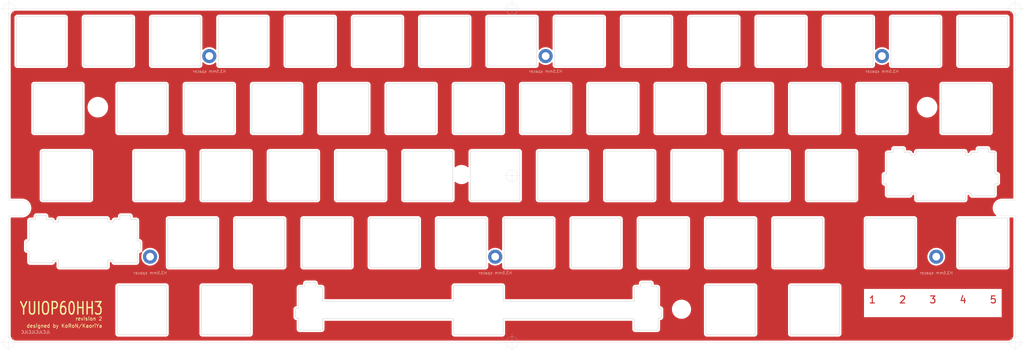
<source format=kicad_pcb>
(kicad_pcb (version 20171130) (host pcbnew "(5.1.9)-1")
  (title_block (title YUIOP60HH3) (date 2021-04-21) (rev 2) (company KaoriYa))
  (layers (0 F.Cu signal) (31 B.Cu signal) (34 B.Paste user) (35 F.Paste user) (36 B.SilkS user) (37 F.SilkS user) (38 B.Mask user) (39 F.Mask user) (44 Edge.Cuts user))
  (net 0 "")
  (module yuiop:TopPlate_Switch_1u (layer F.Cu) (at 79.15 109.20984)
    (fp_text reference KSW1 hide)
    (fp_text value ESC hide)
    (fp_line (start 6.7 -7) (end -6.7 -7) (layer Edge.Cuts) (width 0.12))
    (fp_line (start 7 6.7) (end 7 -6.7) (layer Edge.Cuts) (width 0.12))
    (fp_line (start -6.7 7) (end 6.7 7) (layer Edge.Cuts) (width 0.12))
    (fp_line (start -7 -6.7) (end -7 6.7) (layer Edge.Cuts) (width 0.12))
    (fp_arc (start 6.7 6.7) (end 6.7 7) (angle -90) (layer Edge.Cuts) (width 0.12))
    (fp_arc (start -6.7 6.7) (end -7 6.7) (angle -90) (layer Edge.Cuts) (width 0.12))
    (fp_arc (start -6.7 -6.7) (end -6.7 -7) (angle -90) (layer Edge.Cuts) (width 0.12))
    (fp_arc (start 6.7 -6.7) (end 7 -6.7) (angle -90) (layer Edge.Cuts) (width 0.12))
  )
  (module yuiop:TopPlate_Switch_1u (layer F.Cu) (at 98.2 109.20984)
    (fp_text reference KSW2 hide)
    (fp_text value 1 hide)
    (fp_line (start 6.7 -7) (end -6.7 -7) (layer Edge.Cuts) (width 0.12))
    (fp_line (start 7 6.7) (end 7 -6.7) (layer Edge.Cuts) (width 0.12))
    (fp_line (start -6.7 7) (end 6.7 7) (layer Edge.Cuts) (width 0.12))
    (fp_line (start -7 -6.7) (end -7 6.7) (layer Edge.Cuts) (width 0.12))
    (fp_arc (start 6.7 6.7) (end 6.7 7) (angle -90) (layer Edge.Cuts) (width 0.12))
    (fp_arc (start -6.7 6.7) (end -7 6.7) (angle -90) (layer Edge.Cuts) (width 0.12))
    (fp_arc (start -6.7 -6.7) (end -6.7 -7) (angle -90) (layer Edge.Cuts) (width 0.12))
    (fp_arc (start 6.7 -6.7) (end 7 -6.7) (angle -90) (layer Edge.Cuts) (width 0.12))
  )
  (module yuiop:TopPlate_Switch_1u (layer F.Cu) (at 117.25 109.20984)
    (fp_text reference KSW3 hide)
    (fp_text value 2 hide)
    (fp_line (start 6.7 -7) (end -6.7 -7) (layer Edge.Cuts) (width 0.12))
    (fp_line (start 7 6.7) (end 7 -6.7) (layer Edge.Cuts) (width 0.12))
    (fp_line (start -6.7 7) (end 6.7 7) (layer Edge.Cuts) (width 0.12))
    (fp_line (start -7 -6.7) (end -7 6.7) (layer Edge.Cuts) (width 0.12))
    (fp_arc (start 6.7 6.7) (end 6.7 7) (angle -90) (layer Edge.Cuts) (width 0.12))
    (fp_arc (start -6.7 6.7) (end -7 6.7) (angle -90) (layer Edge.Cuts) (width 0.12))
    (fp_arc (start -6.7 -6.7) (end -6.7 -7) (angle -90) (layer Edge.Cuts) (width 0.12))
    (fp_arc (start 6.7 -6.7) (end 7 -6.7) (angle -90) (layer Edge.Cuts) (width 0.12))
  )
  (module yuiop:TopPlate_Switch_1u (layer F.Cu) (at 136.3 109.20984)
    (fp_text reference KSW4 hide)
    (fp_text value 3 hide)
    (fp_line (start 6.7 -7) (end -6.7 -7) (layer Edge.Cuts) (width 0.12))
    (fp_line (start 7 6.7) (end 7 -6.7) (layer Edge.Cuts) (width 0.12))
    (fp_line (start -6.7 7) (end 6.7 7) (layer Edge.Cuts) (width 0.12))
    (fp_line (start -7 -6.7) (end -7 6.7) (layer Edge.Cuts) (width 0.12))
    (fp_arc (start 6.7 6.7) (end 6.7 7) (angle -90) (layer Edge.Cuts) (width 0.12))
    (fp_arc (start -6.7 6.7) (end -7 6.7) (angle -90) (layer Edge.Cuts) (width 0.12))
    (fp_arc (start -6.7 -6.7) (end -6.7 -7) (angle -90) (layer Edge.Cuts) (width 0.12))
    (fp_arc (start 6.7 -6.7) (end 7 -6.7) (angle -90) (layer Edge.Cuts) (width 0.12))
  )
  (module yuiop:TopPlate_Switch_1u (layer F.Cu) (at 155.35 109.20984)
    (fp_text reference KSW5 hide)
    (fp_text value 4 hide)
    (fp_line (start 6.7 -7) (end -6.7 -7) (layer Edge.Cuts) (width 0.12))
    (fp_line (start 7 6.7) (end 7 -6.7) (layer Edge.Cuts) (width 0.12))
    (fp_line (start -6.7 7) (end 6.7 7) (layer Edge.Cuts) (width 0.12))
    (fp_line (start -7 -6.7) (end -7 6.7) (layer Edge.Cuts) (width 0.12))
    (fp_arc (start 6.7 6.7) (end 6.7 7) (angle -90) (layer Edge.Cuts) (width 0.12))
    (fp_arc (start -6.7 6.7) (end -7 6.7) (angle -90) (layer Edge.Cuts) (width 0.12))
    (fp_arc (start -6.7 -6.7) (end -6.7 -7) (angle -90) (layer Edge.Cuts) (width 0.12))
    (fp_arc (start 6.7 -6.7) (end 7 -6.7) (angle -90) (layer Edge.Cuts) (width 0.12))
  )
  (module yuiop:TopPlate_Switch_1u (layer F.Cu) (at 174.4 109.20984)
    (fp_text reference KSW6 hide)
    (fp_text value 5 hide)
    (fp_line (start 6.7 -7) (end -6.7 -7) (layer Edge.Cuts) (width 0.12))
    (fp_line (start 7 6.7) (end 7 -6.7) (layer Edge.Cuts) (width 0.12))
    (fp_line (start -6.7 7) (end 6.7 7) (layer Edge.Cuts) (width 0.12))
    (fp_line (start -7 -6.7) (end -7 6.7) (layer Edge.Cuts) (width 0.12))
    (fp_arc (start 6.7 6.7) (end 6.7 7) (angle -90) (layer Edge.Cuts) (width 0.12))
    (fp_arc (start -6.7 6.7) (end -7 6.7) (angle -90) (layer Edge.Cuts) (width 0.12))
    (fp_arc (start -6.7 -6.7) (end -6.7 -7) (angle -90) (layer Edge.Cuts) (width 0.12))
    (fp_arc (start 6.7 -6.7) (end 7 -6.7) (angle -90) (layer Edge.Cuts) (width 0.12))
  )
  (module yuiop:TopPlate_Switch_1u (layer F.Cu) (at 193.45 109.20984)
    (fp_text reference KSW7 hide)
    (fp_text value 6 hide)
    (fp_line (start 6.7 -7) (end -6.7 -7) (layer Edge.Cuts) (width 0.12))
    (fp_line (start 7 6.7) (end 7 -6.7) (layer Edge.Cuts) (width 0.12))
    (fp_line (start -6.7 7) (end 6.7 7) (layer Edge.Cuts) (width 0.12))
    (fp_line (start -7 -6.7) (end -7 6.7) (layer Edge.Cuts) (width 0.12))
    (fp_arc (start 6.7 6.7) (end 6.7 7) (angle -90) (layer Edge.Cuts) (width 0.12))
    (fp_arc (start -6.7 6.7) (end -7 6.7) (angle -90) (layer Edge.Cuts) (width 0.12))
    (fp_arc (start -6.7 -6.7) (end -6.7 -7) (angle -90) (layer Edge.Cuts) (width 0.12))
    (fp_arc (start 6.7 -6.7) (end 7 -6.7) (angle -90) (layer Edge.Cuts) (width 0.12))
  )
  (module yuiop:TopPlate_Switch_1u (layer F.Cu) (at 212.5 109.20984)
    (fp_text reference KSW8 hide)
    (fp_text value 7 hide)
    (fp_line (start 6.7 -7) (end -6.7 -7) (layer Edge.Cuts) (width 0.12))
    (fp_line (start 7 6.7) (end 7 -6.7) (layer Edge.Cuts) (width 0.12))
    (fp_line (start -6.7 7) (end 6.7 7) (layer Edge.Cuts) (width 0.12))
    (fp_line (start -7 -6.7) (end -7 6.7) (layer Edge.Cuts) (width 0.12))
    (fp_arc (start 6.7 6.7) (end 6.7 7) (angle -90) (layer Edge.Cuts) (width 0.12))
    (fp_arc (start -6.7 6.7) (end -7 6.7) (angle -90) (layer Edge.Cuts) (width 0.12))
    (fp_arc (start -6.7 -6.7) (end -6.7 -7) (angle -90) (layer Edge.Cuts) (width 0.12))
    (fp_arc (start 6.7 -6.7) (end 7 -6.7) (angle -90) (layer Edge.Cuts) (width 0.12))
  )
  (module yuiop:TopPlate_Switch_1u (layer F.Cu) (at 231.55 109.20984)
    (fp_text reference KSW9 hide)
    (fp_text value 8 hide)
    (fp_line (start 6.7 -7) (end -6.7 -7) (layer Edge.Cuts) (width 0.12))
    (fp_line (start 7 6.7) (end 7 -6.7) (layer Edge.Cuts) (width 0.12))
    (fp_line (start -6.7 7) (end 6.7 7) (layer Edge.Cuts) (width 0.12))
    (fp_line (start -7 -6.7) (end -7 6.7) (layer Edge.Cuts) (width 0.12))
    (fp_arc (start 6.7 6.7) (end 6.7 7) (angle -90) (layer Edge.Cuts) (width 0.12))
    (fp_arc (start -6.7 6.7) (end -7 6.7) (angle -90) (layer Edge.Cuts) (width 0.12))
    (fp_arc (start -6.7 -6.7) (end -6.7 -7) (angle -90) (layer Edge.Cuts) (width 0.12))
    (fp_arc (start 6.7 -6.7) (end 7 -6.7) (angle -90) (layer Edge.Cuts) (width 0.12))
  )
  (module yuiop:TopPlate_Switch_1u (layer F.Cu) (at 250.6 109.20984)
    (fp_text reference KSW10 hide)
    (fp_text value 9 hide)
    (fp_line (start 6.7 -7) (end -6.7 -7) (layer Edge.Cuts) (width 0.12))
    (fp_line (start 7 6.7) (end 7 -6.7) (layer Edge.Cuts) (width 0.12))
    (fp_line (start -6.7 7) (end 6.7 7) (layer Edge.Cuts) (width 0.12))
    (fp_line (start -7 -6.7) (end -7 6.7) (layer Edge.Cuts) (width 0.12))
    (fp_arc (start 6.7 6.7) (end 6.7 7) (angle -90) (layer Edge.Cuts) (width 0.12))
    (fp_arc (start -6.7 6.7) (end -7 6.7) (angle -90) (layer Edge.Cuts) (width 0.12))
    (fp_arc (start -6.7 -6.7) (end -6.7 -7) (angle -90) (layer Edge.Cuts) (width 0.12))
    (fp_arc (start 6.7 -6.7) (end 7 -6.7) (angle -90) (layer Edge.Cuts) (width 0.12))
  )
  (module yuiop:TopPlate_Switch_1u (layer F.Cu) (at 269.65 109.20984)
    (fp_text reference KSW11 hide)
    (fp_text value 0 hide)
    (fp_line (start 6.7 -7) (end -6.7 -7) (layer Edge.Cuts) (width 0.12))
    (fp_line (start 7 6.7) (end 7 -6.7) (layer Edge.Cuts) (width 0.12))
    (fp_line (start -6.7 7) (end 6.7 7) (layer Edge.Cuts) (width 0.12))
    (fp_line (start -7 -6.7) (end -7 6.7) (layer Edge.Cuts) (width 0.12))
    (fp_arc (start 6.7 6.7) (end 6.7 7) (angle -90) (layer Edge.Cuts) (width 0.12))
    (fp_arc (start -6.7 6.7) (end -7 6.7) (angle -90) (layer Edge.Cuts) (width 0.12))
    (fp_arc (start -6.7 -6.7) (end -6.7 -7) (angle -90) (layer Edge.Cuts) (width 0.12))
    (fp_arc (start 6.7 -6.7) (end 7 -6.7) (angle -90) (layer Edge.Cuts) (width 0.12))
  )
  (module yuiop:TopPlate_Switch_1u (layer F.Cu) (at 288.7 109.20984)
    (fp_text reference KSW12 hide)
    (fp_text value "- _" hide)
    (fp_line (start 6.7 -7) (end -6.7 -7) (layer Edge.Cuts) (width 0.12))
    (fp_line (start 7 6.7) (end 7 -6.7) (layer Edge.Cuts) (width 0.12))
    (fp_line (start -6.7 7) (end 6.7 7) (layer Edge.Cuts) (width 0.12))
    (fp_line (start -7 -6.7) (end -7 6.7) (layer Edge.Cuts) (width 0.12))
    (fp_arc (start 6.7 6.7) (end 6.7 7) (angle -90) (layer Edge.Cuts) (width 0.12))
    (fp_arc (start -6.7 6.7) (end -7 6.7) (angle -90) (layer Edge.Cuts) (width 0.12))
    (fp_arc (start -6.7 -6.7) (end -6.7 -7) (angle -90) (layer Edge.Cuts) (width 0.12))
    (fp_arc (start 6.7 -6.7) (end 7 -6.7) (angle -90) (layer Edge.Cuts) (width 0.12))
  )
  (module yuiop:TopPlate_Switch_1u (layer F.Cu) (at 307.75 109.20984)
    (fp_text reference KSW13 hide)
    (fp_text value "= +" hide)
    (fp_line (start 6.7 -7) (end -6.7 -7) (layer Edge.Cuts) (width 0.12))
    (fp_line (start 7 6.7) (end 7 -6.7) (layer Edge.Cuts) (width 0.12))
    (fp_line (start -6.7 7) (end 6.7 7) (layer Edge.Cuts) (width 0.12))
    (fp_line (start -7 -6.7) (end -7 6.7) (layer Edge.Cuts) (width 0.12))
    (fp_arc (start 6.7 6.7) (end 6.7 7) (angle -90) (layer Edge.Cuts) (width 0.12))
    (fp_arc (start -6.7 6.7) (end -7 6.7) (angle -90) (layer Edge.Cuts) (width 0.12))
    (fp_arc (start -6.7 -6.7) (end -6.7 -7) (angle -90) (layer Edge.Cuts) (width 0.12))
    (fp_arc (start 6.7 -6.7) (end 7 -6.7) (angle -90) (layer Edge.Cuts) (width 0.12))
  )
  (module yuiop:TopPlate_Switch_1u (layer F.Cu) (at 345.85 109.20984)
    (fp_text reference KSW15 hide)
    (fp_text value "` ~~" hide)
    (fp_line (start 6.7 -7) (end -6.7 -7) (layer Edge.Cuts) (width 0.12))
    (fp_line (start 7 6.7) (end 7 -6.7) (layer Edge.Cuts) (width 0.12))
    (fp_line (start -6.7 7) (end 6.7 7) (layer Edge.Cuts) (width 0.12))
    (fp_line (start -7 -6.7) (end -7 6.7) (layer Edge.Cuts) (width 0.12))
    (fp_arc (start 6.7 6.7) (end 6.7 7) (angle -90) (layer Edge.Cuts) (width 0.12))
    (fp_arc (start -6.7 6.7) (end -7 6.7) (angle -90) (layer Edge.Cuts) (width 0.12))
    (fp_arc (start -6.7 -6.7) (end -6.7 -7) (angle -90) (layer Edge.Cuts) (width 0.12))
    (fp_arc (start 6.7 -6.7) (end 7 -6.7) (angle -90) (layer Edge.Cuts) (width 0.12))
  )
  (module yuiop:TopPlate_Switch_1u (layer F.Cu) (at 83.9125 128.25984)
    (fp_text reference KSW16 hide)
    (fp_text value Tab hide)
    (fp_line (start 6.7 -7) (end -6.7 -7) (layer Edge.Cuts) (width 0.12))
    (fp_line (start 7 6.7) (end 7 -6.7) (layer Edge.Cuts) (width 0.12))
    (fp_line (start -6.7 7) (end 6.7 7) (layer Edge.Cuts) (width 0.12))
    (fp_line (start -7 -6.7) (end -7 6.7) (layer Edge.Cuts) (width 0.12))
    (fp_arc (start 6.7 6.7) (end 6.7 7) (angle -90) (layer Edge.Cuts) (width 0.12))
    (fp_arc (start -6.7 6.7) (end -7 6.7) (angle -90) (layer Edge.Cuts) (width 0.12))
    (fp_arc (start -6.7 -6.7) (end -6.7 -7) (angle -90) (layer Edge.Cuts) (width 0.12))
    (fp_arc (start 6.7 -6.7) (end 7 -6.7) (angle -90) (layer Edge.Cuts) (width 0.12))
  )
  (module yuiop:TopPlate_Switch_1u (layer F.Cu) (at 107.725 128.25984)
    (fp_text reference KSW17 hide)
    (fp_text value Q hide)
    (fp_line (start 6.7 -7) (end -6.7 -7) (layer Edge.Cuts) (width 0.12))
    (fp_line (start 7 6.7) (end 7 -6.7) (layer Edge.Cuts) (width 0.12))
    (fp_line (start -6.7 7) (end 6.7 7) (layer Edge.Cuts) (width 0.12))
    (fp_line (start -7 -6.7) (end -7 6.7) (layer Edge.Cuts) (width 0.12))
    (fp_arc (start 6.7 6.7) (end 6.7 7) (angle -90) (layer Edge.Cuts) (width 0.12))
    (fp_arc (start -6.7 6.7) (end -7 6.7) (angle -90) (layer Edge.Cuts) (width 0.12))
    (fp_arc (start -6.7 -6.7) (end -6.7 -7) (angle -90) (layer Edge.Cuts) (width 0.12))
    (fp_arc (start 6.7 -6.7) (end 7 -6.7) (angle -90) (layer Edge.Cuts) (width 0.12))
  )
  (module yuiop:TopPlate_Switch_1u (layer F.Cu) (at 126.775 128.25984)
    (fp_text reference KSW18 hide)
    (fp_text value W hide)
    (fp_line (start 6.7 -7) (end -6.7 -7) (layer Edge.Cuts) (width 0.12))
    (fp_line (start 7 6.7) (end 7 -6.7) (layer Edge.Cuts) (width 0.12))
    (fp_line (start -6.7 7) (end 6.7 7) (layer Edge.Cuts) (width 0.12))
    (fp_line (start -7 -6.7) (end -7 6.7) (layer Edge.Cuts) (width 0.12))
    (fp_arc (start 6.7 6.7) (end 6.7 7) (angle -90) (layer Edge.Cuts) (width 0.12))
    (fp_arc (start -6.7 6.7) (end -7 6.7) (angle -90) (layer Edge.Cuts) (width 0.12))
    (fp_arc (start -6.7 -6.7) (end -6.7 -7) (angle -90) (layer Edge.Cuts) (width 0.12))
    (fp_arc (start 6.7 -6.7) (end 7 -6.7) (angle -90) (layer Edge.Cuts) (width 0.12))
  )
  (module yuiop:TopPlate_Switch_1u (layer F.Cu) (at 145.825 128.25984)
    (fp_text reference KSW19 hide)
    (fp_text value E hide)
    (fp_line (start 6.7 -7) (end -6.7 -7) (layer Edge.Cuts) (width 0.12))
    (fp_line (start 7 6.7) (end 7 -6.7) (layer Edge.Cuts) (width 0.12))
    (fp_line (start -6.7 7) (end 6.7 7) (layer Edge.Cuts) (width 0.12))
    (fp_line (start -7 -6.7) (end -7 6.7) (layer Edge.Cuts) (width 0.12))
    (fp_arc (start 6.7 6.7) (end 6.7 7) (angle -90) (layer Edge.Cuts) (width 0.12))
    (fp_arc (start -6.7 6.7) (end -7 6.7) (angle -90) (layer Edge.Cuts) (width 0.12))
    (fp_arc (start -6.7 -6.7) (end -6.7 -7) (angle -90) (layer Edge.Cuts) (width 0.12))
    (fp_arc (start 6.7 -6.7) (end 7 -6.7) (angle -90) (layer Edge.Cuts) (width 0.12))
  )
  (module yuiop:TopPlate_Switch_1u (layer F.Cu) (at 164.875 128.25984)
    (fp_text reference KSW20 hide)
    (fp_text value R hide)
    (fp_line (start 6.7 -7) (end -6.7 -7) (layer Edge.Cuts) (width 0.12))
    (fp_line (start 7 6.7) (end 7 -6.7) (layer Edge.Cuts) (width 0.12))
    (fp_line (start -6.7 7) (end 6.7 7) (layer Edge.Cuts) (width 0.12))
    (fp_line (start -7 -6.7) (end -7 6.7) (layer Edge.Cuts) (width 0.12))
    (fp_arc (start 6.7 6.7) (end 6.7 7) (angle -90) (layer Edge.Cuts) (width 0.12))
    (fp_arc (start -6.7 6.7) (end -7 6.7) (angle -90) (layer Edge.Cuts) (width 0.12))
    (fp_arc (start -6.7 -6.7) (end -6.7 -7) (angle -90) (layer Edge.Cuts) (width 0.12))
    (fp_arc (start 6.7 -6.7) (end 7 -6.7) (angle -90) (layer Edge.Cuts) (width 0.12))
  )
  (module yuiop:TopPlate_Switch_1u (layer F.Cu) (at 183.925 128.25984)
    (fp_text reference KSW21 hide)
    (fp_text value T hide)
    (fp_line (start 6.7 -7) (end -6.7 -7) (layer Edge.Cuts) (width 0.12))
    (fp_line (start 7 6.7) (end 7 -6.7) (layer Edge.Cuts) (width 0.12))
    (fp_line (start -6.7 7) (end 6.7 7) (layer Edge.Cuts) (width 0.12))
    (fp_line (start -7 -6.7) (end -7 6.7) (layer Edge.Cuts) (width 0.12))
    (fp_arc (start 6.7 6.7) (end 6.7 7) (angle -90) (layer Edge.Cuts) (width 0.12))
    (fp_arc (start -6.7 6.7) (end -7 6.7) (angle -90) (layer Edge.Cuts) (width 0.12))
    (fp_arc (start -6.7 -6.7) (end -6.7 -7) (angle -90) (layer Edge.Cuts) (width 0.12))
    (fp_arc (start 6.7 -6.7) (end 7 -6.7) (angle -90) (layer Edge.Cuts) (width 0.12))
  )
  (module yuiop:TopPlate_Switch_1u (layer F.Cu) (at 202.975 128.25984)
    (fp_text reference KSW22 hide)
    (fp_text value Y hide)
    (fp_line (start 6.7 -7) (end -6.7 -7) (layer Edge.Cuts) (width 0.12))
    (fp_line (start 7 6.7) (end 7 -6.7) (layer Edge.Cuts) (width 0.12))
    (fp_line (start -6.7 7) (end 6.7 7) (layer Edge.Cuts) (width 0.12))
    (fp_line (start -7 -6.7) (end -7 6.7) (layer Edge.Cuts) (width 0.12))
    (fp_arc (start 6.7 6.7) (end 6.7 7) (angle -90) (layer Edge.Cuts) (width 0.12))
    (fp_arc (start -6.7 6.7) (end -7 6.7) (angle -90) (layer Edge.Cuts) (width 0.12))
    (fp_arc (start -6.7 -6.7) (end -6.7 -7) (angle -90) (layer Edge.Cuts) (width 0.12))
    (fp_arc (start 6.7 -6.7) (end 7 -6.7) (angle -90) (layer Edge.Cuts) (width 0.12))
  )
  (module yuiop:TopPlate_Switch_1u (layer F.Cu) (at 222.025 128.25984)
    (fp_text reference KSW23 hide)
    (fp_text value U hide)
    (fp_line (start 6.7 -7) (end -6.7 -7) (layer Edge.Cuts) (width 0.12))
    (fp_line (start 7 6.7) (end 7 -6.7) (layer Edge.Cuts) (width 0.12))
    (fp_line (start -6.7 7) (end 6.7 7) (layer Edge.Cuts) (width 0.12))
    (fp_line (start -7 -6.7) (end -7 6.7) (layer Edge.Cuts) (width 0.12))
    (fp_arc (start 6.7 6.7) (end 6.7 7) (angle -90) (layer Edge.Cuts) (width 0.12))
    (fp_arc (start -6.7 6.7) (end -7 6.7) (angle -90) (layer Edge.Cuts) (width 0.12))
    (fp_arc (start -6.7 -6.7) (end -6.7 -7) (angle -90) (layer Edge.Cuts) (width 0.12))
    (fp_arc (start 6.7 -6.7) (end 7 -6.7) (angle -90) (layer Edge.Cuts) (width 0.12))
  )
  (module yuiop:TopPlate_Switch_1u (layer F.Cu) (at 241.075 128.25984)
    (fp_text reference KSW24 hide)
    (fp_text value I hide)
    (fp_line (start 6.7 -7) (end -6.7 -7) (layer Edge.Cuts) (width 0.12))
    (fp_line (start 7 6.7) (end 7 -6.7) (layer Edge.Cuts) (width 0.12))
    (fp_line (start -6.7 7) (end 6.7 7) (layer Edge.Cuts) (width 0.12))
    (fp_line (start -7 -6.7) (end -7 6.7) (layer Edge.Cuts) (width 0.12))
    (fp_arc (start 6.7 6.7) (end 6.7 7) (angle -90) (layer Edge.Cuts) (width 0.12))
    (fp_arc (start -6.7 6.7) (end -7 6.7) (angle -90) (layer Edge.Cuts) (width 0.12))
    (fp_arc (start -6.7 -6.7) (end -6.7 -7) (angle -90) (layer Edge.Cuts) (width 0.12))
    (fp_arc (start 6.7 -6.7) (end 7 -6.7) (angle -90) (layer Edge.Cuts) (width 0.12))
  )
  (module yuiop:TopPlate_Switch_1u (layer F.Cu) (at 260.125 128.25984)
    (fp_text reference KSW25 hide)
    (fp_text value O hide)
    (fp_line (start 6.7 -7) (end -6.7 -7) (layer Edge.Cuts) (width 0.12))
    (fp_line (start 7 6.7) (end 7 -6.7) (layer Edge.Cuts) (width 0.12))
    (fp_line (start -6.7 7) (end 6.7 7) (layer Edge.Cuts) (width 0.12))
    (fp_line (start -7 -6.7) (end -7 6.7) (layer Edge.Cuts) (width 0.12))
    (fp_arc (start 6.7 6.7) (end 6.7 7) (angle -90) (layer Edge.Cuts) (width 0.12))
    (fp_arc (start -6.7 6.7) (end -7 6.7) (angle -90) (layer Edge.Cuts) (width 0.12))
    (fp_arc (start -6.7 -6.7) (end -6.7 -7) (angle -90) (layer Edge.Cuts) (width 0.12))
    (fp_arc (start 6.7 -6.7) (end 7 -6.7) (angle -90) (layer Edge.Cuts) (width 0.12))
  )
  (module yuiop:TopPlate_Switch_1u (layer F.Cu) (at 279.175 128.25984)
    (fp_text reference KSW26 hide)
    (fp_text value P hide)
    (fp_line (start 6.7 -7) (end -6.7 -7) (layer Edge.Cuts) (width 0.12))
    (fp_line (start 7 6.7) (end 7 -6.7) (layer Edge.Cuts) (width 0.12))
    (fp_line (start -6.7 7) (end 6.7 7) (layer Edge.Cuts) (width 0.12))
    (fp_line (start -7 -6.7) (end -7 6.7) (layer Edge.Cuts) (width 0.12))
    (fp_arc (start 6.7 6.7) (end 6.7 7) (angle -90) (layer Edge.Cuts) (width 0.12))
    (fp_arc (start -6.7 6.7) (end -7 6.7) (angle -90) (layer Edge.Cuts) (width 0.12))
    (fp_arc (start -6.7 -6.7) (end -6.7 -7) (angle -90) (layer Edge.Cuts) (width 0.12))
    (fp_arc (start 6.7 -6.7) (end 7 -6.7) (angle -90) (layer Edge.Cuts) (width 0.12))
  )
  (module yuiop:TopPlate_Switch_1u (layer F.Cu) (at 298.225 128.25984)
    (fp_text reference KSW27 hide)
    (fp_text value "[ {" hide)
    (fp_line (start 6.7 -7) (end -6.7 -7) (layer Edge.Cuts) (width 0.12))
    (fp_line (start 7 6.7) (end 7 -6.7) (layer Edge.Cuts) (width 0.12))
    (fp_line (start -6.7 7) (end 6.7 7) (layer Edge.Cuts) (width 0.12))
    (fp_line (start -7 -6.7) (end -7 6.7) (layer Edge.Cuts) (width 0.12))
    (fp_arc (start 6.7 6.7) (end 6.7 7) (angle -90) (layer Edge.Cuts) (width 0.12))
    (fp_arc (start -6.7 6.7) (end -7 6.7) (angle -90) (layer Edge.Cuts) (width 0.12))
    (fp_arc (start -6.7 -6.7) (end -6.7 -7) (angle -90) (layer Edge.Cuts) (width 0.12))
    (fp_arc (start 6.7 -6.7) (end 7 -6.7) (angle -90) (layer Edge.Cuts) (width 0.12))
  )
  (module yuiop:TopPlate_Switch_1u (layer F.Cu) (at 317.275 128.25984)
    (fp_text reference KSW28 hide)
    (fp_text value "] }" hide)
    (fp_line (start 6.7 -7) (end -6.7 -7) (layer Edge.Cuts) (width 0.12))
    (fp_line (start 7 6.7) (end 7 -6.7) (layer Edge.Cuts) (width 0.12))
    (fp_line (start -6.7 7) (end 6.7 7) (layer Edge.Cuts) (width 0.12))
    (fp_line (start -7 -6.7) (end -7 6.7) (layer Edge.Cuts) (width 0.12))
    (fp_arc (start 6.7 6.7) (end 6.7 7) (angle -90) (layer Edge.Cuts) (width 0.12))
    (fp_arc (start -6.7 6.7) (end -7 6.7) (angle -90) (layer Edge.Cuts) (width 0.12))
    (fp_arc (start -6.7 -6.7) (end -6.7 -7) (angle -90) (layer Edge.Cuts) (width 0.12))
    (fp_arc (start 6.7 -6.7) (end 7 -6.7) (angle -90) (layer Edge.Cuts) (width 0.12))
  )
  (module yuiop:TopPlate_Switch_1u (layer F.Cu) (at 341.087 128.25984)
    (fp_text reference KSW29 hide)
    (fp_text value Delete hide)
    (fp_line (start 6.7 -7) (end -6.7 -7) (layer Edge.Cuts) (width 0.12))
    (fp_line (start 7 6.7) (end 7 -6.7) (layer Edge.Cuts) (width 0.12))
    (fp_line (start -6.7 7) (end 6.7 7) (layer Edge.Cuts) (width 0.12))
    (fp_line (start -7 -6.7) (end -7 6.7) (layer Edge.Cuts) (width 0.12))
    (fp_arc (start 6.7 6.7) (end 6.7 7) (angle -90) (layer Edge.Cuts) (width 0.12))
    (fp_arc (start -6.7 6.7) (end -7 6.7) (angle -90) (layer Edge.Cuts) (width 0.12))
    (fp_arc (start -6.7 -6.7) (end -6.7 -7) (angle -90) (layer Edge.Cuts) (width 0.12))
    (fp_arc (start 6.7 -6.7) (end 7 -6.7) (angle -90) (layer Edge.Cuts) (width 0.12))
  )
  (module yuiop:TopPlate_Switch_1u (layer F.Cu) (at 86.2938 147.30984)
    (fp_text reference KSW30 hide)
    (fp_text value Ctrl hide)
    (fp_line (start 6.7 -7) (end -6.7 -7) (layer Edge.Cuts) (width 0.12))
    (fp_line (start 7 6.7) (end 7 -6.7) (layer Edge.Cuts) (width 0.12))
    (fp_line (start -6.7 7) (end 6.7 7) (layer Edge.Cuts) (width 0.12))
    (fp_line (start -7 -6.7) (end -7 6.7) (layer Edge.Cuts) (width 0.12))
    (fp_arc (start 6.7 6.7) (end 6.7 7) (angle -90) (layer Edge.Cuts) (width 0.12))
    (fp_arc (start -6.7 6.7) (end -7 6.7) (angle -90) (layer Edge.Cuts) (width 0.12))
    (fp_arc (start -6.7 -6.7) (end -6.7 -7) (angle -90) (layer Edge.Cuts) (width 0.12))
    (fp_arc (start 6.7 -6.7) (end 7 -6.7) (angle -90) (layer Edge.Cuts) (width 0.12))
  )
  (module yuiop:TopPlate_Switch_1u (layer F.Cu) (at 112.487 147.30984)
    (fp_text reference KSW31 hide)
    (fp_text value A hide)
    (fp_line (start 6.7 -7) (end -6.7 -7) (layer Edge.Cuts) (width 0.12))
    (fp_line (start 7 6.7) (end 7 -6.7) (layer Edge.Cuts) (width 0.12))
    (fp_line (start -6.7 7) (end 6.7 7) (layer Edge.Cuts) (width 0.12))
    (fp_line (start -7 -6.7) (end -7 6.7) (layer Edge.Cuts) (width 0.12))
    (fp_arc (start 6.7 6.7) (end 6.7 7) (angle -90) (layer Edge.Cuts) (width 0.12))
    (fp_arc (start -6.7 6.7) (end -7 6.7) (angle -90) (layer Edge.Cuts) (width 0.12))
    (fp_arc (start -6.7 -6.7) (end -6.7 -7) (angle -90) (layer Edge.Cuts) (width 0.12))
    (fp_arc (start 6.7 -6.7) (end 7 -6.7) (angle -90) (layer Edge.Cuts) (width 0.12))
  )
  (module yuiop:TopPlate_Switch_1u (layer F.Cu) (at 131.537 147.30984)
    (fp_text reference KSW32 hide)
    (fp_text value S hide)
    (fp_line (start 6.7 -7) (end -6.7 -7) (layer Edge.Cuts) (width 0.12))
    (fp_line (start 7 6.7) (end 7 -6.7) (layer Edge.Cuts) (width 0.12))
    (fp_line (start -6.7 7) (end 6.7 7) (layer Edge.Cuts) (width 0.12))
    (fp_line (start -7 -6.7) (end -7 6.7) (layer Edge.Cuts) (width 0.12))
    (fp_arc (start 6.7 6.7) (end 6.7 7) (angle -90) (layer Edge.Cuts) (width 0.12))
    (fp_arc (start -6.7 6.7) (end -7 6.7) (angle -90) (layer Edge.Cuts) (width 0.12))
    (fp_arc (start -6.7 -6.7) (end -6.7 -7) (angle -90) (layer Edge.Cuts) (width 0.12))
    (fp_arc (start 6.7 -6.7) (end 7 -6.7) (angle -90) (layer Edge.Cuts) (width 0.12))
  )
  (module yuiop:TopPlate_Switch_1u (layer F.Cu) (at 150.587 147.30984)
    (fp_text reference KSW33 hide)
    (fp_text value D hide)
    (fp_line (start 6.7 -7) (end -6.7 -7) (layer Edge.Cuts) (width 0.12))
    (fp_line (start 7 6.7) (end 7 -6.7) (layer Edge.Cuts) (width 0.12))
    (fp_line (start -6.7 7) (end 6.7 7) (layer Edge.Cuts) (width 0.12))
    (fp_line (start -7 -6.7) (end -7 6.7) (layer Edge.Cuts) (width 0.12))
    (fp_arc (start 6.7 6.7) (end 6.7 7) (angle -90) (layer Edge.Cuts) (width 0.12))
    (fp_arc (start -6.7 6.7) (end -7 6.7) (angle -90) (layer Edge.Cuts) (width 0.12))
    (fp_arc (start -6.7 -6.7) (end -6.7 -7) (angle -90) (layer Edge.Cuts) (width 0.12))
    (fp_arc (start 6.7 -6.7) (end 7 -6.7) (angle -90) (layer Edge.Cuts) (width 0.12))
  )
  (module yuiop:TopPlate_Switch_1u (layer F.Cu) (at 169.637 147.30984)
    (fp_text reference KSW34 hide)
    (fp_text value F hide)
    (fp_line (start 6.7 -7) (end -6.7 -7) (layer Edge.Cuts) (width 0.12))
    (fp_line (start 7 6.7) (end 7 -6.7) (layer Edge.Cuts) (width 0.12))
    (fp_line (start -6.7 7) (end 6.7 7) (layer Edge.Cuts) (width 0.12))
    (fp_line (start -7 -6.7) (end -7 6.7) (layer Edge.Cuts) (width 0.12))
    (fp_arc (start 6.7 6.7) (end 6.7 7) (angle -90) (layer Edge.Cuts) (width 0.12))
    (fp_arc (start -6.7 6.7) (end -7 6.7) (angle -90) (layer Edge.Cuts) (width 0.12))
    (fp_arc (start -6.7 -6.7) (end -6.7 -7) (angle -90) (layer Edge.Cuts) (width 0.12))
    (fp_arc (start 6.7 -6.7) (end 7 -6.7) (angle -90) (layer Edge.Cuts) (width 0.12))
  )
  (module yuiop:TopPlate_Switch_1u (layer F.Cu) (at 188.687 147.30984 180)
    (fp_text reference KSW35 hide)
    (fp_text value G hide)
    (fp_line (start 6.7 -7) (end -6.7 -7) (layer Edge.Cuts) (width 0.12))
    (fp_line (start 7 6.7) (end 7 -6.7) (layer Edge.Cuts) (width 0.12))
    (fp_line (start -6.7 7) (end 6.7 7) (layer Edge.Cuts) (width 0.12))
    (fp_line (start -7 -6.7) (end -7 6.7) (layer Edge.Cuts) (width 0.12))
    (fp_arc (start 6.7 6.7) (end 6.7 7) (angle -90) (layer Edge.Cuts) (width 0.12))
    (fp_arc (start -6.7 6.7) (end -7 6.7) (angle -90) (layer Edge.Cuts) (width 0.12))
    (fp_arc (start -6.7 -6.7) (end -6.7 -7) (angle -90) (layer Edge.Cuts) (width 0.12))
    (fp_arc (start 6.7 -6.7) (end 7 -6.7) (angle -90) (layer Edge.Cuts) (width 0.12))
  )
  (module yuiop:TopPlate_Switch_1u (layer F.Cu) (at 207.737 147.30984)
    (fp_text reference KSW36 hide)
    (fp_text value H hide)
    (fp_line (start 6.7 -7) (end -6.7 -7) (layer Edge.Cuts) (width 0.12))
    (fp_line (start 7 6.7) (end 7 -6.7) (layer Edge.Cuts) (width 0.12))
    (fp_line (start -6.7 7) (end 6.7 7) (layer Edge.Cuts) (width 0.12))
    (fp_line (start -7 -6.7) (end -7 6.7) (layer Edge.Cuts) (width 0.12))
    (fp_arc (start 6.7 6.7) (end 6.7 7) (angle -90) (layer Edge.Cuts) (width 0.12))
    (fp_arc (start -6.7 6.7) (end -7 6.7) (angle -90) (layer Edge.Cuts) (width 0.12))
    (fp_arc (start -6.7 -6.7) (end -6.7 -7) (angle -90) (layer Edge.Cuts) (width 0.12))
    (fp_arc (start 6.7 -6.7) (end 7 -6.7) (angle -90) (layer Edge.Cuts) (width 0.12))
  )
  (module yuiop:TopPlate_Switch_1u (layer F.Cu) (at 226.787 147.30984)
    (fp_text reference KSW37 hide)
    (fp_text value J hide)
    (fp_line (start 6.7 -7) (end -6.7 -7) (layer Edge.Cuts) (width 0.12))
    (fp_line (start 7 6.7) (end 7 -6.7) (layer Edge.Cuts) (width 0.12))
    (fp_line (start -6.7 7) (end 6.7 7) (layer Edge.Cuts) (width 0.12))
    (fp_line (start -7 -6.7) (end -7 6.7) (layer Edge.Cuts) (width 0.12))
    (fp_arc (start 6.7 6.7) (end 6.7 7) (angle -90) (layer Edge.Cuts) (width 0.12))
    (fp_arc (start -6.7 6.7) (end -7 6.7) (angle -90) (layer Edge.Cuts) (width 0.12))
    (fp_arc (start -6.7 -6.7) (end -6.7 -7) (angle -90) (layer Edge.Cuts) (width 0.12))
    (fp_arc (start 6.7 -6.7) (end 7 -6.7) (angle -90) (layer Edge.Cuts) (width 0.12))
  )
  (module yuiop:TopPlate_Switch_1u (layer F.Cu) (at 245.837 147.30984)
    (fp_text reference KSW38 hide)
    (fp_text value K hide)
    (fp_line (start 6.7 -7) (end -6.7 -7) (layer Edge.Cuts) (width 0.12))
    (fp_line (start 7 6.7) (end 7 -6.7) (layer Edge.Cuts) (width 0.12))
    (fp_line (start -6.7 7) (end 6.7 7) (layer Edge.Cuts) (width 0.12))
    (fp_line (start -7 -6.7) (end -7 6.7) (layer Edge.Cuts) (width 0.12))
    (fp_arc (start 6.7 6.7) (end 6.7 7) (angle -90) (layer Edge.Cuts) (width 0.12))
    (fp_arc (start -6.7 6.7) (end -7 6.7) (angle -90) (layer Edge.Cuts) (width 0.12))
    (fp_arc (start -6.7 -6.7) (end -6.7 -7) (angle -90) (layer Edge.Cuts) (width 0.12))
    (fp_arc (start 6.7 -6.7) (end 7 -6.7) (angle -90) (layer Edge.Cuts) (width 0.12))
  )
  (module yuiop:TopPlate_Switch_1u (layer F.Cu) (at 264.887 147.30984)
    (fp_text reference KSW39 hide)
    (fp_text value L hide)
    (fp_line (start 6.7 -7) (end -6.7 -7) (layer Edge.Cuts) (width 0.12))
    (fp_line (start 7 6.7) (end 7 -6.7) (layer Edge.Cuts) (width 0.12))
    (fp_line (start -6.7 7) (end 6.7 7) (layer Edge.Cuts) (width 0.12))
    (fp_line (start -7 -6.7) (end -7 6.7) (layer Edge.Cuts) (width 0.12))
    (fp_arc (start 6.7 6.7) (end 6.7 7) (angle -90) (layer Edge.Cuts) (width 0.12))
    (fp_arc (start -6.7 6.7) (end -7 6.7) (angle -90) (layer Edge.Cuts) (width 0.12))
    (fp_arc (start -6.7 -6.7) (end -6.7 -7) (angle -90) (layer Edge.Cuts) (width 0.12))
    (fp_arc (start 6.7 -6.7) (end 7 -6.7) (angle -90) (layer Edge.Cuts) (width 0.12))
  )
  (module yuiop:TopPlate_Switch_1u (layer F.Cu) (at 283.937 147.30984)
    (fp_text reference KSW40 hide)
    (fp_text value "; :" hide)
    (fp_line (start 6.7 -7) (end -6.7 -7) (layer Edge.Cuts) (width 0.12))
    (fp_line (start 7 6.7) (end 7 -6.7) (layer Edge.Cuts) (width 0.12))
    (fp_line (start -6.7 7) (end 6.7 7) (layer Edge.Cuts) (width 0.12))
    (fp_line (start -7 -6.7) (end -7 6.7) (layer Edge.Cuts) (width 0.12))
    (fp_arc (start 6.7 6.7) (end 6.7 7) (angle -90) (layer Edge.Cuts) (width 0.12))
    (fp_arc (start -6.7 6.7) (end -7 6.7) (angle -90) (layer Edge.Cuts) (width 0.12))
    (fp_arc (start -6.7 -6.7) (end -6.7 -7) (angle -90) (layer Edge.Cuts) (width 0.12))
    (fp_arc (start 6.7 -6.7) (end 7 -6.7) (angle -90) (layer Edge.Cuts) (width 0.12))
  )
  (module yuiop:TopPlate_Switch_1u (layer F.Cu) (at 302.987 147.30984)
    (fp_text reference KSW41 hide)
    (fp_text value "' \"" hide)
    (fp_line (start 6.7 -7) (end -6.7 -7) (layer Edge.Cuts) (width 0.12))
    (fp_line (start 7 6.7) (end 7 -6.7) (layer Edge.Cuts) (width 0.12))
    (fp_line (start -6.7 7) (end 6.7 7) (layer Edge.Cuts) (width 0.12))
    (fp_line (start -7 -6.7) (end -7 6.7) (layer Edge.Cuts) (width 0.12))
    (fp_arc (start 6.7 6.7) (end 6.7 7) (angle -90) (layer Edge.Cuts) (width 0.12))
    (fp_arc (start -6.7 6.7) (end -7 6.7) (angle -90) (layer Edge.Cuts) (width 0.12))
    (fp_arc (start -6.7 -6.7) (end -6.7 -7) (angle -90) (layer Edge.Cuts) (width 0.12))
    (fp_arc (start 6.7 -6.7) (end 7 -6.7) (angle -90) (layer Edge.Cuts) (width 0.12))
  )
  (module yuiop:TopPlate_Switch_1u (layer F.Cu) (at 122.013 166.35984)
    (fp_text reference KSW44 hide)
    (fp_text value Z hide)
    (fp_line (start 6.7 -7) (end -6.7 -7) (layer Edge.Cuts) (width 0.12))
    (fp_line (start 7 6.7) (end 7 -6.7) (layer Edge.Cuts) (width 0.12))
    (fp_line (start -6.7 7) (end 6.7 7) (layer Edge.Cuts) (width 0.12))
    (fp_line (start -7 -6.7) (end -7 6.7) (layer Edge.Cuts) (width 0.12))
    (fp_arc (start 6.7 6.7) (end 6.7 7) (angle -90) (layer Edge.Cuts) (width 0.12))
    (fp_arc (start -6.7 6.7) (end -7 6.7) (angle -90) (layer Edge.Cuts) (width 0.12))
    (fp_arc (start -6.7 -6.7) (end -6.7 -7) (angle -90) (layer Edge.Cuts) (width 0.12))
    (fp_arc (start 6.7 -6.7) (end 7 -6.7) (angle -90) (layer Edge.Cuts) (width 0.12))
  )
  (module yuiop:TopPlate_Switch_1u (layer F.Cu) (at 141.063 166.35984)
    (fp_text reference KSW45 hide)
    (fp_text value X hide)
    (fp_line (start 6.7 -7) (end -6.7 -7) (layer Edge.Cuts) (width 0.12))
    (fp_line (start 7 6.7) (end 7 -6.7) (layer Edge.Cuts) (width 0.12))
    (fp_line (start -6.7 7) (end 6.7 7) (layer Edge.Cuts) (width 0.12))
    (fp_line (start -7 -6.7) (end -7 6.7) (layer Edge.Cuts) (width 0.12))
    (fp_arc (start 6.7 6.7) (end 6.7 7) (angle -90) (layer Edge.Cuts) (width 0.12))
    (fp_arc (start -6.7 6.7) (end -7 6.7) (angle -90) (layer Edge.Cuts) (width 0.12))
    (fp_arc (start -6.7 -6.7) (end -6.7 -7) (angle -90) (layer Edge.Cuts) (width 0.12))
    (fp_arc (start 6.7 -6.7) (end 7 -6.7) (angle -90) (layer Edge.Cuts) (width 0.12))
  )
  (module yuiop:TopPlate_Switch_1u (layer F.Cu) (at 160.113 166.35984)
    (fp_text reference KSW46 hide)
    (fp_text value C hide)
    (fp_line (start 6.7 -7) (end -6.7 -7) (layer Edge.Cuts) (width 0.12))
    (fp_line (start 7 6.7) (end 7 -6.7) (layer Edge.Cuts) (width 0.12))
    (fp_line (start -6.7 7) (end 6.7 7) (layer Edge.Cuts) (width 0.12))
    (fp_line (start -7 -6.7) (end -7 6.7) (layer Edge.Cuts) (width 0.12))
    (fp_arc (start 6.7 6.7) (end 6.7 7) (angle -90) (layer Edge.Cuts) (width 0.12))
    (fp_arc (start -6.7 6.7) (end -7 6.7) (angle -90) (layer Edge.Cuts) (width 0.12))
    (fp_arc (start -6.7 -6.7) (end -6.7 -7) (angle -90) (layer Edge.Cuts) (width 0.12))
    (fp_arc (start 6.7 -6.7) (end 7 -6.7) (angle -90) (layer Edge.Cuts) (width 0.12))
  )
  (module yuiop:TopPlate_Switch_1u (layer F.Cu) (at 179.163 166.35984)
    (fp_text reference KSW47 hide)
    (fp_text value V hide)
    (fp_line (start 6.7 -7) (end -6.7 -7) (layer Edge.Cuts) (width 0.12))
    (fp_line (start 7 6.7) (end 7 -6.7) (layer Edge.Cuts) (width 0.12))
    (fp_line (start -6.7 7) (end 6.7 7) (layer Edge.Cuts) (width 0.12))
    (fp_line (start -7 -6.7) (end -7 6.7) (layer Edge.Cuts) (width 0.12))
    (fp_arc (start 6.7 6.7) (end 6.7 7) (angle -90) (layer Edge.Cuts) (width 0.12))
    (fp_arc (start -6.7 6.7) (end -7 6.7) (angle -90) (layer Edge.Cuts) (width 0.12))
    (fp_arc (start -6.7 -6.7) (end -6.7 -7) (angle -90) (layer Edge.Cuts) (width 0.12))
    (fp_arc (start 6.7 -6.7) (end 7 -6.7) (angle -90) (layer Edge.Cuts) (width 0.12))
  )
  (module yuiop:TopPlate_Switch_1u (layer F.Cu) (at 198.213 166.35984)
    (fp_text reference KSW48 hide)
    (fp_text value B hide)
    (fp_line (start 6.7 -7) (end -6.7 -7) (layer Edge.Cuts) (width 0.12))
    (fp_line (start 7 6.7) (end 7 -6.7) (layer Edge.Cuts) (width 0.12))
    (fp_line (start -6.7 7) (end 6.7 7) (layer Edge.Cuts) (width 0.12))
    (fp_line (start -7 -6.7) (end -7 6.7) (layer Edge.Cuts) (width 0.12))
    (fp_arc (start 6.7 6.7) (end 6.7 7) (angle -90) (layer Edge.Cuts) (width 0.12))
    (fp_arc (start -6.7 6.7) (end -7 6.7) (angle -90) (layer Edge.Cuts) (width 0.12))
    (fp_arc (start -6.7 -6.7) (end -6.7 -7) (angle -90) (layer Edge.Cuts) (width 0.12))
    (fp_arc (start 6.7 -6.7) (end 7 -6.7) (angle -90) (layer Edge.Cuts) (width 0.12))
  )
  (module yuiop:TopPlate_Switch_1u (layer F.Cu) (at 217.263 166.35984)
    (fp_text reference KSW49 hide)
    (fp_text value N hide)
    (fp_line (start 6.7 -7) (end -6.7 -7) (layer Edge.Cuts) (width 0.12))
    (fp_line (start 7 6.7) (end 7 -6.7) (layer Edge.Cuts) (width 0.12))
    (fp_line (start -6.7 7) (end 6.7 7) (layer Edge.Cuts) (width 0.12))
    (fp_line (start -7 -6.7) (end -7 6.7) (layer Edge.Cuts) (width 0.12))
    (fp_arc (start 6.7 6.7) (end 6.7 7) (angle -90) (layer Edge.Cuts) (width 0.12))
    (fp_arc (start -6.7 6.7) (end -7 6.7) (angle -90) (layer Edge.Cuts) (width 0.12))
    (fp_arc (start -6.7 -6.7) (end -6.7 -7) (angle -90) (layer Edge.Cuts) (width 0.12))
    (fp_arc (start 6.7 -6.7) (end 7 -6.7) (angle -90) (layer Edge.Cuts) (width 0.12))
  )
  (module yuiop:TopPlate_Switch_1u (layer F.Cu) (at 236.313 166.35984)
    (fp_text reference KSW50 hide)
    (fp_text value M hide)
    (fp_line (start 6.7 -7) (end -6.7 -7) (layer Edge.Cuts) (width 0.12))
    (fp_line (start 7 6.7) (end 7 -6.7) (layer Edge.Cuts) (width 0.12))
    (fp_line (start -6.7 7) (end 6.7 7) (layer Edge.Cuts) (width 0.12))
    (fp_line (start -7 -6.7) (end -7 6.7) (layer Edge.Cuts) (width 0.12))
    (fp_arc (start 6.7 6.7) (end 6.7 7) (angle -90) (layer Edge.Cuts) (width 0.12))
    (fp_arc (start -6.7 6.7) (end -7 6.7) (angle -90) (layer Edge.Cuts) (width 0.12))
    (fp_arc (start -6.7 -6.7) (end -6.7 -7) (angle -90) (layer Edge.Cuts) (width 0.12))
    (fp_arc (start 6.7 -6.7) (end 7 -6.7) (angle -90) (layer Edge.Cuts) (width 0.12))
  )
  (module yuiop:TopPlate_Switch_1u (layer F.Cu) (at 255.363 166.35984)
    (fp_text reference KSW51 hide)
    (fp_text value ", <" hide)
    (fp_line (start 6.7 -7) (end -6.7 -7) (layer Edge.Cuts) (width 0.12))
    (fp_line (start 7 6.7) (end 7 -6.7) (layer Edge.Cuts) (width 0.12))
    (fp_line (start -6.7 7) (end 6.7 7) (layer Edge.Cuts) (width 0.12))
    (fp_line (start -7 -6.7) (end -7 6.7) (layer Edge.Cuts) (width 0.12))
    (fp_arc (start 6.7 6.7) (end 6.7 7) (angle -90) (layer Edge.Cuts) (width 0.12))
    (fp_arc (start -6.7 6.7) (end -7 6.7) (angle -90) (layer Edge.Cuts) (width 0.12))
    (fp_arc (start -6.7 -6.7) (end -6.7 -7) (angle -90) (layer Edge.Cuts) (width 0.12))
    (fp_arc (start 6.7 -6.7) (end 7 -6.7) (angle -90) (layer Edge.Cuts) (width 0.12))
  )
  (module yuiop:TopPlate_Switch_1u (layer F.Cu) (at 274.413 166.35984)
    (fp_text reference KSW52 hide)
    (fp_text value ". >" hide)
    (fp_line (start 6.7 -7) (end -6.7 -7) (layer Edge.Cuts) (width 0.12))
    (fp_line (start 7 6.7) (end 7 -6.7) (layer Edge.Cuts) (width 0.12))
    (fp_line (start -6.7 7) (end 6.7 7) (layer Edge.Cuts) (width 0.12))
    (fp_line (start -7 -6.7) (end -7 6.7) (layer Edge.Cuts) (width 0.12))
    (fp_arc (start 6.7 6.7) (end 6.7 7) (angle -90) (layer Edge.Cuts) (width 0.12))
    (fp_arc (start -6.7 6.7) (end -7 6.7) (angle -90) (layer Edge.Cuts) (width 0.12))
    (fp_arc (start -6.7 -6.7) (end -6.7 -7) (angle -90) (layer Edge.Cuts) (width 0.12))
    (fp_arc (start 6.7 -6.7) (end 7 -6.7) (angle -90) (layer Edge.Cuts) (width 0.12))
  )
  (module yuiop:TopPlate_Switch_1u (layer F.Cu) (at 293.463 166.35984)
    (fp_text reference KSW53 hide)
    (fp_text value "/ ?" hide)
    (fp_line (start 6.7 -7) (end -6.7 -7) (layer Edge.Cuts) (width 0.12))
    (fp_line (start 7 6.7) (end 7 -6.7) (layer Edge.Cuts) (width 0.12))
    (fp_line (start -6.7 7) (end 6.7 7) (layer Edge.Cuts) (width 0.12))
    (fp_line (start -7 -6.7) (end -7 6.7) (layer Edge.Cuts) (width 0.12))
    (fp_arc (start 6.7 6.7) (end 6.7 7) (angle -90) (layer Edge.Cuts) (width 0.12))
    (fp_arc (start -6.7 6.7) (end -7 6.7) (angle -90) (layer Edge.Cuts) (width 0.12))
    (fp_arc (start -6.7 -6.7) (end -6.7 -7) (angle -90) (layer Edge.Cuts) (width 0.12))
    (fp_arc (start 6.7 -6.7) (end 7 -6.7) (angle -90) (layer Edge.Cuts) (width 0.12))
  )
  (module yuiop:TopPlate_Switch_1u (layer F.Cu) (at 319.656 166.35984)
    (fp_text reference KSW54 hide)
    (fp_text value Shift hide)
    (fp_line (start 6.7 -7) (end -6.7 -7) (layer Edge.Cuts) (width 0.12))
    (fp_line (start 7 6.7) (end 7 -6.7) (layer Edge.Cuts) (width 0.12))
    (fp_line (start -6.7 7) (end 6.7 7) (layer Edge.Cuts) (width 0.12))
    (fp_line (start -7 -6.7) (end -7 6.7) (layer Edge.Cuts) (width 0.12))
    (fp_arc (start 6.7 6.7) (end 6.7 7) (angle -90) (layer Edge.Cuts) (width 0.12))
    (fp_arc (start -6.7 6.7) (end -7 6.7) (angle -90) (layer Edge.Cuts) (width 0.12))
    (fp_arc (start -6.7 -6.7) (end -6.7 -7) (angle -90) (layer Edge.Cuts) (width 0.12))
    (fp_arc (start 6.7 -6.7) (end 7 -6.7) (angle -90) (layer Edge.Cuts) (width 0.12))
  )
  (module yuiop:TopPlate_Switch_1u (layer F.Cu) (at 345.85 166.35984)
    (fp_text reference KSW55 hide)
    (fp_text value Fn hide)
    (fp_line (start 6.7 -7) (end -6.7 -7) (layer Edge.Cuts) (width 0.12))
    (fp_line (start 7 6.7) (end 7 -6.7) (layer Edge.Cuts) (width 0.12))
    (fp_line (start -6.7 7) (end 6.7 7) (layer Edge.Cuts) (width 0.12))
    (fp_line (start -7 -6.7) (end -7 6.7) (layer Edge.Cuts) (width 0.12))
    (fp_arc (start 6.7 6.7) (end 6.7 7) (angle -90) (layer Edge.Cuts) (width 0.12))
    (fp_arc (start -6.7 6.7) (end -7 6.7) (angle -90) (layer Edge.Cuts) (width 0.12))
    (fp_arc (start -6.7 -6.7) (end -6.7 -7) (angle -90) (layer Edge.Cuts) (width 0.12))
    (fp_arc (start 6.7 -6.7) (end 7 -6.7) (angle -90) (layer Edge.Cuts) (width 0.12))
  )
  (module yuiop:TopPlate_Switch_1u (layer F.Cu) (at 107.725 185.40984)
    (fp_text reference KSW56 hide)
    (fp_text value Alt hide)
    (fp_line (start 6.7 -7) (end -6.7 -7) (layer Edge.Cuts) (width 0.12))
    (fp_line (start 7 6.7) (end 7 -6.7) (layer Edge.Cuts) (width 0.12))
    (fp_line (start -6.7 7) (end 6.7 7) (layer Edge.Cuts) (width 0.12))
    (fp_line (start -7 -6.7) (end -7 6.7) (layer Edge.Cuts) (width 0.12))
    (fp_arc (start 6.7 6.7) (end 6.7 7) (angle -90) (layer Edge.Cuts) (width 0.12))
    (fp_arc (start -6.7 6.7) (end -7 6.7) (angle -90) (layer Edge.Cuts) (width 0.12))
    (fp_arc (start -6.7 -6.7) (end -6.7 -7) (angle -90) (layer Edge.Cuts) (width 0.12))
    (fp_arc (start 6.7 -6.7) (end 7 -6.7) (angle -90) (layer Edge.Cuts) (width 0.12))
  )
  (module yuiop:TopPlate_Switch_1u (layer F.Cu) (at 131.537 185.40984)
    (fp_text reference KSW57 hide)
    (fp_text value GUI hide)
    (fp_line (start 6.7 -7) (end -6.7 -7) (layer Edge.Cuts) (width 0.12))
    (fp_line (start 7 6.7) (end 7 -6.7) (layer Edge.Cuts) (width 0.12))
    (fp_line (start -6.7 7) (end 6.7 7) (layer Edge.Cuts) (width 0.12))
    (fp_line (start -7 -6.7) (end -7 6.7) (layer Edge.Cuts) (width 0.12))
    (fp_arc (start 6.7 6.7) (end 6.7 7) (angle -90) (layer Edge.Cuts) (width 0.12))
    (fp_arc (start -6.7 6.7) (end -7 6.7) (angle -90) (layer Edge.Cuts) (width 0.12))
    (fp_arc (start -6.7 -6.7) (end -6.7 -7) (angle -90) (layer Edge.Cuts) (width 0.12))
    (fp_arc (start 6.7 -6.7) (end 7 -6.7) (angle -90) (layer Edge.Cuts) (width 0.12))
  )
  (module yuiop:TopPlate_Switch_1u (layer F.Cu) (at 274.413 185.40984)
    (fp_text reference KSW59 hide)
    (fp_text value GUI hide)
    (fp_line (start 6.7 -7) (end -6.7 -7) (layer Edge.Cuts) (width 0.12))
    (fp_line (start 7 6.7) (end 7 -6.7) (layer Edge.Cuts) (width 0.12))
    (fp_line (start -6.7 7) (end 6.7 7) (layer Edge.Cuts) (width 0.12))
    (fp_line (start -7 -6.7) (end -7 6.7) (layer Edge.Cuts) (width 0.12))
    (fp_arc (start 6.7 6.7) (end 6.7 7) (angle -90) (layer Edge.Cuts) (width 0.12))
    (fp_arc (start -6.7 6.7) (end -7 6.7) (angle -90) (layer Edge.Cuts) (width 0.12))
    (fp_arc (start -6.7 -6.7) (end -6.7 -7) (angle -90) (layer Edge.Cuts) (width 0.12))
    (fp_arc (start 6.7 -6.7) (end 7 -6.7) (angle -90) (layer Edge.Cuts) (width 0.12))
  )
  (module yuiop:TopPlate_Switch_1u (layer F.Cu) (at 298.225 185.40984)
    (fp_text reference KSW60 hide)
    (fp_text value Alt hide)
    (fp_line (start 6.7 -7) (end -6.7 -7) (layer Edge.Cuts) (width 0.12))
    (fp_line (start 7 6.7) (end 7 -6.7) (layer Edge.Cuts) (width 0.12))
    (fp_line (start -6.7 7) (end 6.7 7) (layer Edge.Cuts) (width 0.12))
    (fp_line (start -7 -6.7) (end -7 6.7) (layer Edge.Cuts) (width 0.12))
    (fp_arc (start 6.7 6.7) (end 6.7 7) (angle -90) (layer Edge.Cuts) (width 0.12))
    (fp_arc (start -6.7 6.7) (end -7 6.7) (angle -90) (layer Edge.Cuts) (width 0.12))
    (fp_arc (start -6.7 -6.7) (end -6.7 -7) (angle -90) (layer Edge.Cuts) (width 0.12))
    (fp_arc (start 6.7 -6.7) (end 7 -6.7) (angle -90) (layer Edge.Cuts) (width 0.12))
  )
  (module yuiop:TopPlate_Switch_1u (layer F.Cu) (at 326.8 109.20984)
    (fp_text reference KSW14 hide)
    (fp_text value "\\ _" hide)
    (fp_line (start 6.7 -7) (end -6.7 -7) (layer Edge.Cuts) (width 0.12))
    (fp_line (start 7 6.7) (end 7 -6.7) (layer Edge.Cuts) (width 0.12))
    (fp_line (start -6.7 7) (end 6.7 7) (layer Edge.Cuts) (width 0.12))
    (fp_line (start -7 -6.7) (end -7 6.7) (layer Edge.Cuts) (width 0.12))
    (fp_arc (start 6.7 6.7) (end 6.7 7) (angle -90) (layer Edge.Cuts) (width 0.12))
    (fp_arc (start -6.7 6.7) (end -7 6.7) (angle -90) (layer Edge.Cuts) (width 0.12))
    (fp_arc (start -6.7 -6.7) (end -6.7 -7) (angle -90) (layer Edge.Cuts) (width 0.12))
    (fp_arc (start 6.7 -6.7) (end 7 -6.7) (angle -90) (layer Edge.Cuts) (width 0.12))
  )
  (module yuiop:TopPlate_Stabilizer_2u (layer F.Cu) (at 91.0562 166.35984)
    (fp_text reference KSW43 hide)
    (fp_text value Shift)
    (fp_line (start 7 5) (end 7 6.7) (layer Edge.Cuts) (width 0.12))
    (fp_line (start 8.45 4.9) (end 7.1 4.9) (layer Edge.Cuts) (width 0.12))
    (fp_line (start 8.55 5.4) (end 8.55 5) (layer Edge.Cuts) (width 0.12))
    (fp_line (start 15 5.7) (end 8.85 5.7) (layer Edge.Cuts) (width 0.12))
    (fp_line (start 15.3 2.4) (end 15.3 5.4) (layer Edge.Cuts) (width 0.12))
    (fp_line (start 15.9 2.3) (end 15.4 2.3) (layer Edge.Cuts) (width 0.12))
    (fp_line (start 16.2 -0.2) (end 16.2 2) (layer Edge.Cuts) (width 0.12))
    (fp_line (start 15.4 -0.5) (end 15.9 -0.5) (layer Edge.Cuts) (width 0.12))
    (fp_line (start 15.3 -6.3) (end 15.3 -0.6) (layer Edge.Cuts) (width 0.12))
    (fp_line (start 13.6 -6.6) (end 15 -6.6) (layer Edge.Cuts) (width 0.12))
    (fp_line (start 13.5 -7.5) (end 13.5 -6.7) (layer Edge.Cuts) (width 0.12))
    (fp_line (start 10.7 -7.8) (end 13.2 -7.8) (layer Edge.Cuts) (width 0.12))
    (fp_line (start 10.4 -6.7) (end 10.4 -7.5) (layer Edge.Cuts) (width 0.12))
    (fp_line (start 8.9 -6.6) (end 10.3 -6.6) (layer Edge.Cuts) (width 0.12))
    (fp_line (start 6.7 7) (end -6.7 7) (layer Edge.Cuts) (width 0.12))
    (fp_line (start -7 6.7) (end -7 5) (layer Edge.Cuts) (width 0.12))
    (fp_line (start -7.1 4.9) (end -8.45 4.9) (layer Edge.Cuts) (width 0.12))
    (fp_line (start -8.55 5) (end -8.55 5.4) (layer Edge.Cuts) (width 0.12))
    (fp_line (start -8.85 5.7) (end -15 5.7) (layer Edge.Cuts) (width 0.12))
    (fp_line (start -15.3 5.4) (end -15.3 2.4) (layer Edge.Cuts) (width 0.12))
    (fp_line (start -15.4 2.3) (end -15.9 2.3) (layer Edge.Cuts) (width 0.12))
    (fp_line (start -16.2 2) (end -16.2 -0.2) (layer Edge.Cuts) (width 0.12))
    (fp_line (start -15.9 -0.5) (end -15.4 -0.5) (layer Edge.Cuts) (width 0.12))
    (fp_line (start -15.3 -0.6) (end -15.3 -6.3) (layer Edge.Cuts) (width 0.12))
    (fp_line (start -15 -6.6) (end -13.6 -6.6) (layer Edge.Cuts) (width 0.12))
    (fp_line (start -13.5 -6.7) (end -13.5 -7.5) (layer Edge.Cuts) (width 0.12))
    (fp_line (start -13.2 -7.8) (end -10.7 -7.8) (layer Edge.Cuts) (width 0.12))
    (fp_line (start -10.4 -7.5) (end -10.4 -6.7) (layer Edge.Cuts) (width 0.12))
    (fp_line (start -10.3 -6.6) (end -8.85 -6.6) (layer Edge.Cuts) (width 0.12))
    (fp_line (start -8.55 -6.3) (end -8.55 -5.95) (layer Edge.Cuts) (width 0.12))
    (fp_line (start -8.45 -5.85) (end -7.15 -5.85) (layer Edge.Cuts) (width 0.12))
    (fp_line (start -7.05 -5.95) (end -7.05 -6.7) (layer Edge.Cuts) (width 0.12))
    (fp_line (start -6.75 -7) (end 6.7 -7) (layer Edge.Cuts) (width 0.12))
    (fp_line (start 7 -6.7) (end 7 -5.95) (layer Edge.Cuts) (width 0.12))
    (fp_line (start 7.1 -5.85) (end 8.5 -5.85) (layer Edge.Cuts) (width 0.12))
    (fp_line (start 8.6 -5.95) (end 8.6 -6.3) (layer Edge.Cuts) (width 0.12))
    (fp_arc (start 6.7 6.7) (end 6.7 7) (angle -90) (layer Edge.Cuts) (width 0.12))
    (fp_arc (start -6.7 6.7) (end -7 6.7) (angle -90) (layer Edge.Cuts) (width 0.12))
    (fp_arc (start -7.1 5) (end -7 5) (angle -90) (layer Edge.Cuts) (width 0.12))
    (fp_arc (start -8.45 5) (end -8.45 4.9) (angle -90) (layer Edge.Cuts) (width 0.12))
    (fp_arc (start -8.85 5.4) (end -8.85 5.7) (angle -90) (layer Edge.Cuts) (width 0.12))
    (fp_arc (start -15 5.4) (end -15.3 5.4) (angle -90) (layer Edge.Cuts) (width 0.12))
    (fp_arc (start -15.9 2) (end -16.2 2) (angle -90) (layer Edge.Cuts) (width 0.12))
    (fp_arc (start -15.4 2.4) (end -15.3 2.4) (angle -90) (layer Edge.Cuts) (width 0.12))
    (fp_arc (start -15.9 -0.2) (end -15.9 -0.5) (angle -90) (layer Edge.Cuts) (width 0.12))
    (fp_arc (start -15.4 -0.6) (end -15.4 -0.5) (angle -90) (layer Edge.Cuts) (width 0.12))
    (fp_arc (start -15 -6.3) (end -15 -6.6) (angle -90) (layer Edge.Cuts) (width 0.12))
    (fp_arc (start -13.6 -6.7) (end -13.6 -6.6) (angle -90) (layer Edge.Cuts) (width 0.12))
    (fp_arc (start -13.2 -7.5) (end -13.2 -7.8) (angle -90) (layer Edge.Cuts) (width 0.12))
    (fp_arc (start -10.7 -7.5) (end -10.4 -7.5) (angle -90) (layer Edge.Cuts) (width 0.12))
    (fp_arc (start -10.3 -6.7) (end -10.4 -6.7) (angle -90) (layer Edge.Cuts) (width 0.12))
    (fp_arc (start -8.85 -6.3) (end -8.55 -6.3) (angle -90) (layer Edge.Cuts) (width 0.12))
    (fp_arc (start -8.45 -5.95) (end -8.55 -5.95) (angle -90) (layer Edge.Cuts) (width 0.12))
    (fp_arc (start -7.15 -5.95) (end -7.15 -5.85) (angle -90) (layer Edge.Cuts) (width 0.12))
    (fp_arc (start -6.75 -6.7) (end -6.75 -7) (angle -90) (layer Edge.Cuts) (width 0.12))
    (fp_arc (start 6.7 -6.7) (end 7 -6.7) (angle -90) (layer Edge.Cuts) (width 0.12))
    (fp_arc (start 8.9 -6.3) (end 8.9 -6.6) (angle -90) (layer Edge.Cuts) (width 0.12))
    (fp_arc (start 7.1 -5.95) (end 7 -5.95) (angle -90) (layer Edge.Cuts) (width 0.12))
    (fp_arc (start 8.5 -5.95) (end 8.5 -5.85) (angle -90) (layer Edge.Cuts) (width 0.12))
    (fp_arc (start 10.3 -6.7) (end 10.3 -6.6) (angle -90) (layer Edge.Cuts) (width 0.12))
    (fp_arc (start 10.7 -7.5) (end 10.7 -7.8) (angle -90) (layer Edge.Cuts) (width 0.12))
    (fp_arc (start 13.2 -7.5) (end 13.5 -7.5) (angle -90) (layer Edge.Cuts) (width 0.12))
    (fp_arc (start 13.6 -6.7) (end 13.5 -6.7) (angle -90) (layer Edge.Cuts) (width 0.12))
    (fp_arc (start 15 -6.3) (end 15.3 -6.3) (angle -90) (layer Edge.Cuts) (width 0.12))
    (fp_arc (start 15.4 -0.6) (end 15.3 -0.6) (angle -90) (layer Edge.Cuts) (width 0.12))
    (fp_arc (start 15.9 -0.2) (end 16.2 -0.2) (angle -90) (layer Edge.Cuts) (width 0.12))
    (fp_arc (start 15.9 2) (end 15.9 2.3) (angle -90) (layer Edge.Cuts) (width 0.12))
    (fp_arc (start 15.4 2.4) (end 15.4 2.3) (angle -90) (layer Edge.Cuts) (width 0.12))
    (fp_arc (start 15 5.4) (end 15 5.7) (angle -90) (layer Edge.Cuts) (width 0.12))
    (fp_arc (start 8.85 5.4) (end 8.55 5.4) (angle -90) (layer Edge.Cuts) (width 0.12))
    (fp_arc (start 8.45 5) (end 8.55 5) (angle -90) (layer Edge.Cuts) (width 0.12))
    (fp_arc (start 7.1 5) (end 7.1 4.9) (angle -90) (layer Edge.Cuts) (width 0.12))
  )
  (module yuiop:TopPlate_Stabilizer_2u (layer F.Cu) (at 333.944 147.30984)
    (fp_text reference KSW42 hide)
    (fp_text value Return)
    (fp_line (start 7 5) (end 7 6.7) (layer Edge.Cuts) (width 0.12))
    (fp_line (start 8.45 4.9) (end 7.1 4.9) (layer Edge.Cuts) (width 0.12))
    (fp_line (start 8.55 5.4) (end 8.55 5) (layer Edge.Cuts) (width 0.12))
    (fp_line (start 15 5.7) (end 8.85 5.7) (layer Edge.Cuts) (width 0.12))
    (fp_line (start 15.3 2.4) (end 15.3 5.4) (layer Edge.Cuts) (width 0.12))
    (fp_line (start 15.9 2.3) (end 15.4 2.3) (layer Edge.Cuts) (width 0.12))
    (fp_line (start 16.2 -0.2) (end 16.2 2) (layer Edge.Cuts) (width 0.12))
    (fp_line (start 15.4 -0.5) (end 15.9 -0.5) (layer Edge.Cuts) (width 0.12))
    (fp_line (start 15.3 -6.3) (end 15.3 -0.6) (layer Edge.Cuts) (width 0.12))
    (fp_line (start 13.6 -6.6) (end 15 -6.6) (layer Edge.Cuts) (width 0.12))
    (fp_line (start 13.5 -7.5) (end 13.5 -6.7) (layer Edge.Cuts) (width 0.12))
    (fp_line (start 10.7 -7.8) (end 13.2 -7.8) (layer Edge.Cuts) (width 0.12))
    (fp_line (start 10.4 -6.7) (end 10.4 -7.5) (layer Edge.Cuts) (width 0.12))
    (fp_line (start 8.9 -6.6) (end 10.3 -6.6) (layer Edge.Cuts) (width 0.12))
    (fp_line (start 6.7 7) (end -6.7 7) (layer Edge.Cuts) (width 0.12))
    (fp_line (start -7 6.7) (end -7 5) (layer Edge.Cuts) (width 0.12))
    (fp_line (start -7.1 4.9) (end -8.45 4.9) (layer Edge.Cuts) (width 0.12))
    (fp_line (start -8.55 5) (end -8.55 5.4) (layer Edge.Cuts) (width 0.12))
    (fp_line (start -8.85 5.7) (end -15 5.7) (layer Edge.Cuts) (width 0.12))
    (fp_line (start -15.3 5.4) (end -15.3 2.4) (layer Edge.Cuts) (width 0.12))
    (fp_line (start -15.4 2.3) (end -15.9 2.3) (layer Edge.Cuts) (width 0.12))
    (fp_line (start -16.2 2) (end -16.2 -0.2) (layer Edge.Cuts) (width 0.12))
    (fp_line (start -15.9 -0.5) (end -15.4 -0.5) (layer Edge.Cuts) (width 0.12))
    (fp_line (start -15.3 -0.6) (end -15.3 -6.3) (layer Edge.Cuts) (width 0.12))
    (fp_line (start -15 -6.6) (end -13.6 -6.6) (layer Edge.Cuts) (width 0.12))
    (fp_line (start -13.5 -6.7) (end -13.5 -7.5) (layer Edge.Cuts) (width 0.12))
    (fp_line (start -13.2 -7.8) (end -10.7 -7.8) (layer Edge.Cuts) (width 0.12))
    (fp_line (start -10.4 -7.5) (end -10.4 -6.7) (layer Edge.Cuts) (width 0.12))
    (fp_line (start -10.3 -6.6) (end -8.85 -6.6) (layer Edge.Cuts) (width 0.12))
    (fp_line (start -8.55 -6.3) (end -8.55 -5.95) (layer Edge.Cuts) (width 0.12))
    (fp_line (start -8.45 -5.85) (end -7.15 -5.85) (layer Edge.Cuts) (width 0.12))
    (fp_line (start -7.05 -5.95) (end -7.05 -6.7) (layer Edge.Cuts) (width 0.12))
    (fp_line (start -6.75 -7) (end 6.7 -7) (layer Edge.Cuts) (width 0.12))
    (fp_line (start 7 -6.7) (end 7 -5.95) (layer Edge.Cuts) (width 0.12))
    (fp_line (start 7.1 -5.85) (end 8.5 -5.85) (layer Edge.Cuts) (width 0.12))
    (fp_line (start 8.6 -5.95) (end 8.6 -6.3) (layer Edge.Cuts) (width 0.12))
    (fp_arc (start 6.7 6.7) (end 6.7 7) (angle -90) (layer Edge.Cuts) (width 0.12))
    (fp_arc (start -6.7 6.7) (end -7 6.7) (angle -90) (layer Edge.Cuts) (width 0.12))
    (fp_arc (start -7.1 5) (end -7 5) (angle -90) (layer Edge.Cuts) (width 0.12))
    (fp_arc (start -8.45 5) (end -8.45 4.9) (angle -90) (layer Edge.Cuts) (width 0.12))
    (fp_arc (start -8.85 5.4) (end -8.85 5.7) (angle -90) (layer Edge.Cuts) (width 0.12))
    (fp_arc (start -15 5.4) (end -15.3 5.4) (angle -90) (layer Edge.Cuts) (width 0.12))
    (fp_arc (start -15.9 2) (end -16.2 2) (angle -90) (layer Edge.Cuts) (width 0.12))
    (fp_arc (start -15.4 2.4) (end -15.3 2.4) (angle -90) (layer Edge.Cuts) (width 0.12))
    (fp_arc (start -15.9 -0.2) (end -15.9 -0.5) (angle -90) (layer Edge.Cuts) (width 0.12))
    (fp_arc (start -15.4 -0.6) (end -15.4 -0.5) (angle -90) (layer Edge.Cuts) (width 0.12))
    (fp_arc (start -15 -6.3) (end -15 -6.6) (angle -90) (layer Edge.Cuts) (width 0.12))
    (fp_arc (start -13.6 -6.7) (end -13.6 -6.6) (angle -90) (layer Edge.Cuts) (width 0.12))
    (fp_arc (start -13.2 -7.5) (end -13.2 -7.8) (angle -90) (layer Edge.Cuts) (width 0.12))
    (fp_arc (start -10.7 -7.5) (end -10.4 -7.5) (angle -90) (layer Edge.Cuts) (width 0.12))
    (fp_arc (start -10.3 -6.7) (end -10.4 -6.7) (angle -90) (layer Edge.Cuts) (width 0.12))
    (fp_arc (start -8.85 -6.3) (end -8.55 -6.3) (angle -90) (layer Edge.Cuts) (width 0.12))
    (fp_arc (start -8.45 -5.95) (end -8.55 -5.95) (angle -90) (layer Edge.Cuts) (width 0.12))
    (fp_arc (start -7.15 -5.95) (end -7.15 -5.85) (angle -90) (layer Edge.Cuts) (width 0.12))
    (fp_arc (start -6.75 -6.7) (end -6.75 -7) (angle -90) (layer Edge.Cuts) (width 0.12))
    (fp_arc (start 6.7 -6.7) (end 7 -6.7) (angle -90) (layer Edge.Cuts) (width 0.12))
    (fp_arc (start 8.9 -6.3) (end 8.9 -6.6) (angle -90) (layer Edge.Cuts) (width 0.12))
    (fp_arc (start 7.1 -5.95) (end 7 -5.95) (angle -90) (layer Edge.Cuts) (width 0.12))
    (fp_arc (start 8.5 -5.95) (end 8.5 -5.85) (angle -90) (layer Edge.Cuts) (width 0.12))
    (fp_arc (start 10.3 -6.7) (end 10.3 -6.6) (angle -90) (layer Edge.Cuts) (width 0.12))
    (fp_arc (start 10.7 -7.5) (end 10.7 -7.8) (angle -90) (layer Edge.Cuts) (width 0.12))
    (fp_arc (start 13.2 -7.5) (end 13.5 -7.5) (angle -90) (layer Edge.Cuts) (width 0.12))
    (fp_arc (start 13.6 -6.7) (end 13.5 -6.7) (angle -90) (layer Edge.Cuts) (width 0.12))
    (fp_arc (start 15 -6.3) (end 15.3 -6.3) (angle -90) (layer Edge.Cuts) (width 0.12))
    (fp_arc (start 15.4 -0.6) (end 15.3 -0.6) (angle -90) (layer Edge.Cuts) (width 0.12))
    (fp_arc (start 15.9 -0.2) (end 16.2 -0.2) (angle -90) (layer Edge.Cuts) (width 0.12))
    (fp_arc (start 15.9 2) (end 15.9 2.3) (angle -90) (layer Edge.Cuts) (width 0.12))
    (fp_arc (start 15.4 2.4) (end 15.4 2.3) (angle -90) (layer Edge.Cuts) (width 0.12))
    (fp_arc (start 15 5.4) (end 15 5.7) (angle -90) (layer Edge.Cuts) (width 0.12))
    (fp_arc (start 8.85 5.4) (end 8.55 5.4) (angle -90) (layer Edge.Cuts) (width 0.12))
    (fp_arc (start 8.45 5) (end 8.55 5) (angle -90) (layer Edge.Cuts) (width 0.12))
    (fp_arc (start 7.1 5) (end 7.1 4.9) (angle -90) (layer Edge.Cuts) (width 0.12))
  )
  (module yuiop:TopPlate_Stabilizer_6u (layer F.Cu) (at 202.975 185.40984)
    (fp_text reference KSW58 hide)
    (fp_text value Space)
    (fp_line (start 44.2 -2.6) (end 44.2 -6.3) (layer Edge.Cuts) (width 0.12))
    (fp_line (start 7.1 -2.5) (end 8.5 -2.5) (layer Edge.Cuts) (width 0.12))
    (fp_line (start 7 -6.7) (end 7 -2.6) (layer Edge.Cuts) (width 0.12))
    (fp_line (start -6.75 -7) (end 6.7 -7) (layer Edge.Cuts) (width 0.12))
    (fp_line (start -7.05 -2.6) (end -7.05 -6.7) (layer Edge.Cuts) (width 0.12))
    (fp_line (start -44.05 -2.5) (end -42.75 -2.5) (layer Edge.Cuts) (width 0.12))
    (fp_line (start -44.15 -6.3) (end -44.15 -2.6) (layer Edge.Cuts) (width 0.12))
    (fp_line (start -45.9 -6.6) (end -44.45 -6.6) (layer Edge.Cuts) (width 0.12))
    (fp_line (start -46 -7.5) (end -46 -6.7) (layer Edge.Cuts) (width 0.12))
    (fp_line (start -48.8 -7.8) (end -46.3 -7.8) (layer Edge.Cuts) (width 0.12))
    (fp_line (start -49.1 -6.7) (end -49.1 -7.5) (layer Edge.Cuts) (width 0.12))
    (fp_line (start -50.6 -6.6) (end -49.2 -6.6) (layer Edge.Cuts) (width 0.12))
    (fp_line (start -50.9 -0.6) (end -50.9 -6.3) (layer Edge.Cuts) (width 0.12))
    (fp_line (start -51.5 -0.5) (end -51 -0.5) (layer Edge.Cuts) (width 0.12))
    (fp_line (start -51.8 2) (end -51.8 -0.2) (layer Edge.Cuts) (width 0.12))
    (fp_line (start -51 2.3) (end -51.5 2.3) (layer Edge.Cuts) (width 0.12))
    (fp_line (start -50.9 5.4) (end -50.9 2.4) (layer Edge.Cuts) (width 0.12))
    (fp_line (start -44.45 5.7) (end -50.6 5.7) (layer Edge.Cuts) (width 0.12))
    (fp_line (start -44.15 2.6) (end -44.15 5.4) (layer Edge.Cuts) (width 0.12))
    (fp_line (start -42.7 2.5) (end -44.05 2.5) (layer Edge.Cuts) (width 0.12))
    (fp_line (start -7 6.7) (end -7 2.6) (layer Edge.Cuts) (width 0.12))
    (fp_line (start 6.7 7) (end -6.7 7) (layer Edge.Cuts) (width 0.12))
    (fp_line (start 44.5 -6.6) (end 45.9 -6.6) (layer Edge.Cuts) (width 0.12))
    (fp_line (start 46 -6.7) (end 46 -7.5) (layer Edge.Cuts) (width 0.12))
    (fp_line (start 46.3 -7.8) (end 48.8 -7.8) (layer Edge.Cuts) (width 0.12))
    (fp_line (start 49.1 -7.5) (end 49.1 -6.7) (layer Edge.Cuts) (width 0.12))
    (fp_line (start 49.2 -6.6) (end 50.6 -6.6) (layer Edge.Cuts) (width 0.12))
    (fp_line (start 50.9 -6.3) (end 50.9 -0.6) (layer Edge.Cuts) (width 0.12))
    (fp_line (start 51 -0.5) (end 51.5 -0.5) (layer Edge.Cuts) (width 0.12))
    (fp_line (start 51.8 -0.2) (end 51.8 2) (layer Edge.Cuts) (width 0.12))
    (fp_line (start 51.5 2.3) (end 51 2.3) (layer Edge.Cuts) (width 0.12))
    (fp_line (start 50.9 2.4) (end 50.9 5.4) (layer Edge.Cuts) (width 0.12))
    (fp_line (start 50.6 5.7) (end 44.45 5.7) (layer Edge.Cuts) (width 0.12))
    (fp_line (start 44.15 5.4) (end 44.15 2.6) (layer Edge.Cuts) (width 0.12))
    (fp_line (start 8.45 2.5) (end 7.1 2.5) (layer Edge.Cuts) (width 0.12))
    (fp_line (start 7 2.6) (end 7 6.7) (layer Edge.Cuts) (width 0.12))
    (fp_line (start 44.05 2.5) (end 8.45 2.5) (layer Edge.Cuts) (width 0.12))
    (fp_line (start 8.5 -2.5) (end 44.1 -2.5) (layer Edge.Cuts) (width 0.12))
    (fp_line (start -7.1 2.5) (end -42.7 2.5) (layer Edge.Cuts) (width 0.12))
    (fp_line (start -42.75 -2.5) (end -7.15 -2.5) (layer Edge.Cuts) (width 0.12))
    (fp_arc (start 7.1 2.6) (end 7.1 2.5) (angle -90) (layer Edge.Cuts) (width 0.12))
    (fp_arc (start 44.05 2.6) (end 44.15 2.6) (angle -90) (layer Edge.Cuts) (width 0.12))
    (fp_arc (start 44.45 5.4) (end 44.15 5.4) (angle -90) (layer Edge.Cuts) (width 0.12))
    (fp_arc (start 50.6 5.4) (end 50.6 5.7) (angle -90) (layer Edge.Cuts) (width 0.12))
    (fp_arc (start 51 2.4) (end 51 2.3) (angle -90) (layer Edge.Cuts) (width 0.12))
    (fp_arc (start 51.5 2) (end 51.5 2.3) (angle -90) (layer Edge.Cuts) (width 0.12))
    (fp_arc (start 51.5 -0.2) (end 51.8 -0.2) (angle -90) (layer Edge.Cuts) (width 0.12))
    (fp_arc (start 51 -0.6) (end 50.9 -0.6) (angle -90) (layer Edge.Cuts) (width 0.12))
    (fp_arc (start 50.6 -6.3) (end 50.9 -6.3) (angle -90) (layer Edge.Cuts) (width 0.12))
    (fp_arc (start 49.2 -6.7) (end 49.1 -6.7) (angle -90) (layer Edge.Cuts) (width 0.12))
    (fp_arc (start 48.8 -7.5) (end 49.1 -7.5) (angle -90) (layer Edge.Cuts) (width 0.12))
    (fp_arc (start 46.3 -7.5) (end 46.3 -7.8) (angle -90) (layer Edge.Cuts) (width 0.12))
    (fp_arc (start 45.9 -6.7) (end 45.9 -6.6) (angle -90) (layer Edge.Cuts) (width 0.12))
    (fp_arc (start 44.1 -2.6) (end 44.1 -2.5) (angle -90) (layer Edge.Cuts) (width 0.12))
    (fp_arc (start 7.1 -2.6) (end 7 -2.6) (angle -90) (layer Edge.Cuts) (width 0.12))
    (fp_arc (start 44.5 -6.3) (end 44.5 -6.6) (angle -90) (layer Edge.Cuts) (width 0.12))
    (fp_arc (start 6.7 -6.7) (end 7 -6.7) (angle -90) (layer Edge.Cuts) (width 0.12))
    (fp_arc (start -6.75 -6.7) (end -6.75 -7) (angle -90) (layer Edge.Cuts) (width 0.12))
    (fp_arc (start -7.15 -2.6) (end -7.15 -2.5) (angle -90) (layer Edge.Cuts) (width 0.12))
    (fp_arc (start -44.05 -2.6) (end -44.15 -2.6) (angle -90) (layer Edge.Cuts) (width 0.12))
    (fp_arc (start -44.45 -6.3) (end -44.15 -6.3) (angle -90) (layer Edge.Cuts) (width 0.12))
    (fp_arc (start -45.9 -6.7) (end -46 -6.7) (angle -90) (layer Edge.Cuts) (width 0.12))
    (fp_arc (start -46.3 -7.5) (end -46 -7.5) (angle -90) (layer Edge.Cuts) (width 0.12))
    (fp_arc (start -48.8 -7.5) (end -48.8 -7.8) (angle -90) (layer Edge.Cuts) (width 0.12))
    (fp_arc (start -49.2 -6.7) (end -49.2 -6.6) (angle -90) (layer Edge.Cuts) (width 0.12))
    (fp_arc (start -50.6 -6.3) (end -50.6 -6.6) (angle -90) (layer Edge.Cuts) (width 0.12))
    (fp_arc (start -51 -0.6) (end -51 -0.5) (angle -90) (layer Edge.Cuts) (width 0.12))
    (fp_arc (start -51.5 -0.2) (end -51.5 -0.5) (angle -90) (layer Edge.Cuts) (width 0.12))
    (fp_arc (start -51 2.4) (end -50.9 2.4) (angle -90) (layer Edge.Cuts) (width 0.12))
    (fp_arc (start -51.5 2) (end -51.8 2) (angle -90) (layer Edge.Cuts) (width 0.12))
    (fp_arc (start -50.6 5.4) (end -50.9 5.4) (angle -90) (layer Edge.Cuts) (width 0.12))
    (fp_arc (start -44.45 5.4) (end -44.45 5.7) (angle -90) (layer Edge.Cuts) (width 0.12))
    (fp_arc (start -44.05 2.6) (end -44.05 2.5) (angle -90) (layer Edge.Cuts) (width 0.12))
    (fp_arc (start -7.1 2.6) (end -7 2.6) (angle -90) (layer Edge.Cuts) (width 0.12))
    (fp_arc (start -6.7 6.7) (end -7 6.7) (angle -90) (layer Edge.Cuts) (width 0.12))
    (fp_arc (start 6.7 6.7) (end 6.7 7) (angle -90) (layer Edge.Cuts) (width 0.12))
  )
  (module yuiop:TopPlate_Hole_1mm (layer F.Cu) (at 348.809 185.441)
    (fp_text reference 5 (at 0 -2.94084) (layer F.Cu) (effects (font (size 2 2) (thickness 0.3))))
    (fp_text value SK6812MINI hide)
    (pad "" np_thru_hole circle (at 0 0) (size 1 1) (drill 1) (layers *.Cu *.Mask))
  )
  (module yuiop:TopPlate_Hole_1mm (layer F.Cu) (at 340.243 185.441)
    (fp_text reference 4 (at 0 -2.94084) (layer F.Cu) (effects (font (size 2 2) (thickness 0.3))))
    (fp_text value SK6812MINI hide)
    (pad "" np_thru_hole circle (at 0 0) (size 1 1) (drill 1) (layers *.Cu *.Mask))
  )
  (module yuiop:TopPlate_Hole_1mm (layer F.Cu) (at 331.677 185.441)
    (fp_text reference 3 (at 0 -2.94084) (layer F.Cu) (effects (font (size 2 2) (thickness 0.3))))
    (fp_text value SK6812MINI hide)
    (pad "" np_thru_hole circle (at 0 0) (size 1 1) (drill 1) (layers *.Cu *.Mask))
  )
  (module yuiop:TopPlate_Hole_1mm (layer F.Cu) (at 323.111 185.441)
    (fp_text reference 2 (at 0 -2.94084) (layer F.Cu) (effects (font (size 2 2) (thickness 0.3))))
    (fp_text value SK6812MINI hide)
    (pad "" np_thru_hole circle (at 0 0) (size 1 1) (drill 1) (layers *.Cu *.Mask))
  )
  (module yuiop:TopPlate_Hole_1mm (layer F.Cu) (at 314.544 185.441)
    (fp_text reference 1 (at 0 -2.94084) (layer F.Cu) (effects (font (size 2 2) (thickness 0.3))))
    (fp_text value SK6812MINI hide)
    (pad "" np_thru_hole circle (at 0 0) (size 1 1) (drill 1) (layers *.Cu *.Mask))
  )
  (module yuiop:Hole_2.2_4 (layer F.Cu) (at 126.775 113.4)
    (fp_text reference HOLE7 hide)
    (fp_text value "H3.5mm spacer" (at 0 4.35) (layer B.SilkS) (effects (font (size 0.8 0.8) (thickness 0.1)) (justify mirror)))
    (pad "" thru_hole circle (at 0 0) (size 4 4) (drill 2.2) (layers *.Cu *.Mask))
  )
  (module yuiop:Hole_2.2_4 (layer F.Cu) (at 110 170.3)
    (fp_text reference HOLE8 hide)
    (fp_text value "H3.5mm spacer" (at 0 4.6) (layer B.SilkS) (effects (font (size 0.8 0.8) (thickness 0.1)) (justify mirror)))
    (pad "" thru_hole circle (at 0 0) (size 4 4) (drill 2.2) (layers *.Cu *.Mask))
  )
  (module yuiop:Hole_2.2_4 (layer F.Cu) (at 317.275 113.4)
    (fp_text reference HOLE9 hide)
    (fp_text value "H3.5mm spacer" (at 0 4.35) (layer B.SilkS) (effects (font (size 0.8 0.8) (thickness 0.1)) (justify mirror)))
    (pad "" thru_hole circle (at 0 0) (size 4 4) (drill 2.2) (layers *.Cu *.Mask))
  )
  (module yuiop:Hole_2.2_4 (layer F.Cu) (at 332.65 170.3)
    (fp_text reference HOLE10 hide)
    (fp_text value "H3.5mm spacer" (at 0 4.6) (layer B.SilkS) (effects (font (size 0.8 0.8) (thickness 0.1)) (justify mirror)))
    (pad "" thru_hole circle (at 0 0) (size 4 4) (drill 2.2) (layers *.Cu *.Mask))
  )
  (module yuiop:Hole_2.2_4 (layer F.Cu) (at 222.025 113.4)
    (fp_text reference HOLE11 hide)
    (fp_text value "H3.5mm spacer" (at 0 4.35) (layer B.SilkS) (effects (font (size 0.8 0.8) (thickness 0.1)) (justify mirror)))
    (pad "" thru_hole circle (at 0 0) (size 4 4) (drill 2.2) (layers *.Cu *.Mask))
  )
  (module yuiop:Hole_2.2_4 (layer F.Cu) (at 207.738 170.3)
    (fp_text reference HOLE12 hide)
    (fp_text value "H3.5mm spacer" (at -0.013 4.6) (layer B.SilkS) (effects (font (size 0.8 0.8) (thickness 0.1)) (justify mirror)))
    (pad "" thru_hole circle (at 0 0) (size 4 4) (drill 2.2) (layers *.Cu *.Mask))
  )
  (module yuiop:Hole_5x2.5_7 (layer F.Cu) (at 260.5 185.19984)
    (fp_text reference HOLE4 hide)
    (fp_text value Hole_5x2.3_6 hide)
    (pad "" np_thru_hole circle (at 0 0) (size 4.4 4.4) (drill 4.4) (layers *.Cu *.Mask))
  )
  (module yuiop:Hole_5x2.5_7 (layer F.Cu) (at 198.2 146.99984)
    (fp_text reference HOLE3 hide)
    (fp_text value Hole_2.3 hide)
    (pad "" np_thru_hole circle (at 0 0) (size 4.4 4.4) (drill 4.4) (layers *.Cu *.Mask))
  )
  (module yuiop:Hole_5x2.5_7 (layer F.Cu) (at 330.05 127.90984)
    (fp_text reference HOLE2 hide)
    (fp_text value Hole_5x2.3_6 hide)
    (pad "" np_thru_hole circle (at 0 0) (size 4.8 4.8) (drill 4.8) (layers *.Cu *.Mask))
  )
  (module yuiop:Hole_5x2.5_7 (layer F.Cu) (at 95.2 127.89984)
    (fp_text reference HOLE1 hide)
    (fp_text value Hole_5x2.3_6 hide)
    (pad "" np_thru_hole circle (at 0 0) (size 4.8 4.8) (drill 4.8) (layers *.Cu *.Mask))
  )
  (gr_text "revision 2" (at 92.65 187.884) (layer F.SilkS) (effects (font (size 1 1))))
  (gr_text JLCJLCJLCJLC (at 77.625 191.68484) (layer B.SilkS) (effects (font (size 0.8 0.8)) (justify mirror)))
  (gr_text "designed by KoRoN/KaoriYa" (at 85.748 189.916) (layer F.SilkS) (effects (font (size 1 1))))
  (gr_text YUIOP60HH3 (at 84.85 184.95) (layer F.SilkS) (effects (font (size 3.5 2.5) (thickness 0.4))))
  (gr_line (start 70 158.95) (end 70 192.61) (layer Edge.Cuts) (width 0.05))
  (gr_arc (start 70.3 158.95) (end 70.3 158.65) (angle -90) (layer Edge.Cuts) (width 0.05))
  (gr_arc (start 73.7 156.5) (end 73.7 158.65) (angle -180) (layer Edge.Cuts) (width 0.05))
  (gr_line (start 70.3 158.65) (end 73.7 158.65) (layer Edge.Cuts) (width 0.05))
  (gr_arc (start 70.3 154.05) (end 70 154.05) (angle -90) (layer Edge.Cuts) (width 0.05))
  (gr_line (start 73.7 154.35) (end 70.3 154.35) (layer Edge.Cuts) (width 0.05))
  (gr_line (start 355 158.95) (end 355 192.61) (layer Edge.Cuts) (width 0.05))
  (gr_arc (start 354.7 154.05) (end 354.7 154.35) (angle -90) (layer Edge.Cuts) (width 0.05))
  (gr_arc (start 351.3 156.5) (end 351.3 154.35) (angle -180) (layer Edge.Cuts) (width 0.05))
  (gr_line (start 354.7 154.35) (end 351.3 154.35) (layer Edge.Cuts) (width 0.05))
  (gr_arc (start 354.7 158.95) (end 355 158.95) (angle -90) (layer Edge.Cuts) (width 0.05))
  (gr_line (start 351.3 158.65) (end 354.7 158.65) (layer Edge.Cuts) (width 0.05))
  (gr_arc (start 353 192.61) (end 353 194.61) (angle -90) (layer Edge.Cuts) (width 0.05))
  (gr_arc (start 353 102.01) (end 355 102.01) (angle -90) (layer Edge.Cuts) (width 0.05))
  (gr_arc (start 72 102) (end 72 100) (angle -90) (layer Edge.Cuts) (width 0.05))
  (gr_arc (start 72 192.61) (end 70 192.61) (angle -90) (layer Edge.Cuts) (width 0.05))
  (gr_line (start 72 194.61) (end 353 194.61) (layer Edge.Cuts) (width 0.05))
  (gr_line (start 70 102) (end 70 154.05) (layer Edge.Cuts) (width 0.05))
  (gr_line (start 353 100.01) (end 72 100) (layer Edge.Cuts) (width 0.05))
  (gr_line (start 355 154.05) (end 355 102.01) (layer Edge.Cuts) (width 0.05))
  (target plus (at 70 194.61) (size 5) (width 0.05) (layer Edge.Cuts))
  (target plus (at 355 194.61) (size 5) (width 0.05) (layer Edge.Cuts))
  (target plus (at 212.5 100.01) (size 5) (width 0.05) (layer Edge.Cuts))
  (target plus (at 212.5 194.61) (size 5) (width 0.05) (layer Edge.Cuts))
  (target plus (at 212.5 147.31) (size 5) (width 0.05) (layer Edge.Cuts))
  (target plus (at 355 100.01) (size 5) (width 0.05) (layer Edge.Cuts))
  (target plus (at 70 100) (size 5) (width 0.05) (layer Edge.Cuts))
  (zone (net 0) (net_name "") (layer F.Cu) (connect_pads (clearance 0.508)) (min_thickness 0.254) (fill yes (arc_segments 32) (thermal_gap 0.508) (thermal_bridge_width 0.508))
    (polygon (pts (xy 355 194.6) (xy 70 194.6) (xy 70 100) (xy 355 100)))
  )
  (zone (net 0) (net_name "") (layer F.Cu) (connect_pads (clearance 0.508)) (min_thickness 0.254)
    (keepout (tracks not_allowed) (vias not_allowed) (copperpour not_allowed))
    (fill (arc_segments 32) (thermal_gap 0.508) (thermal_bridge_width 0.508))
    (polygon (pts (xy 351.177 187.441) (xy 312.177 187.441) (xy 312.177 179.441) (xy 351.177 179.441)))
  )
)
</source>
